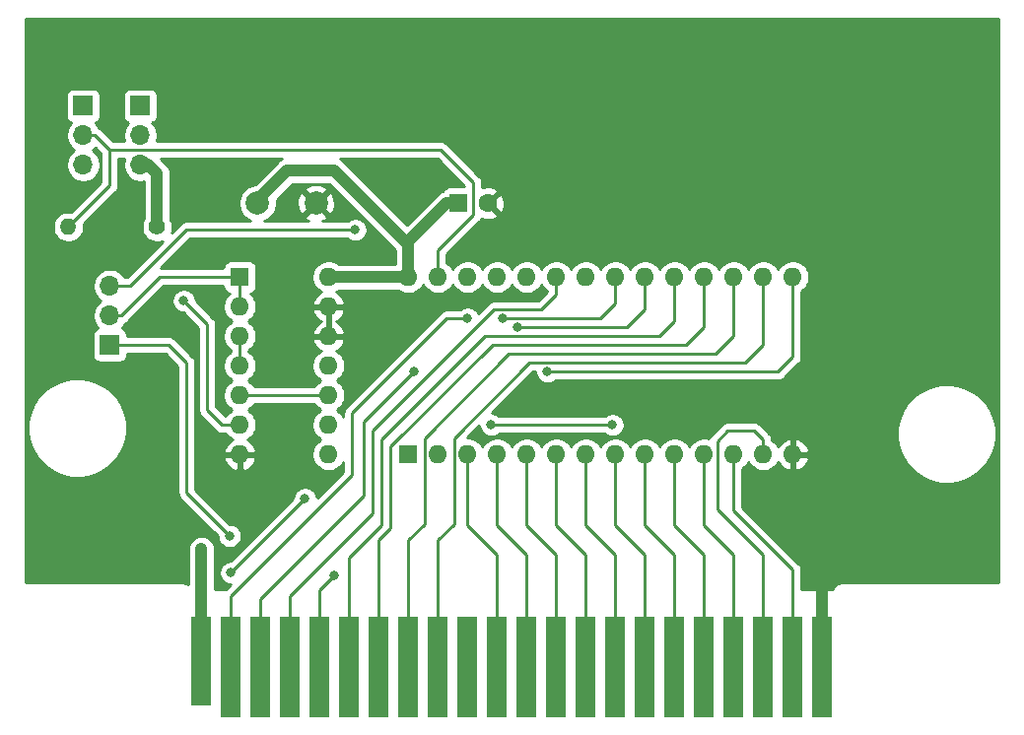
<source format=gbr>
%TF.GenerationSoftware,KiCad,Pcbnew,(5.1.9-0-10_14)*%
%TF.CreationDate,2022-01-29T10:24:00+00:00*%
%TF.ProjectId,SimpleRamFlashCartridge,53696d70-6c65-4526-916d-466c61736843,rev?*%
%TF.SameCoordinates,Original*%
%TF.FileFunction,Copper,L2,Bot*%
%TF.FilePolarity,Positive*%
%FSLAX46Y46*%
G04 Gerber Fmt 4.6, Leading zero omitted, Abs format (unit mm)*
G04 Created by KiCad (PCBNEW (5.1.9-0-10_14)) date 2022-01-29 10:24:00*
%MOMM*%
%LPD*%
G01*
G04 APERTURE LIST*
%TA.AperFunction,ComponentPad*%
%ADD10C,1.600000*%
%TD*%
%TA.AperFunction,ComponentPad*%
%ADD11R,1.600000X1.600000*%
%TD*%
%TA.AperFunction,ComponentPad*%
%ADD12O,1.400000X1.400000*%
%TD*%
%TA.AperFunction,ComponentPad*%
%ADD13C,1.400000*%
%TD*%
%TA.AperFunction,ComponentPad*%
%ADD14O,1.600000X1.600000*%
%TD*%
%TA.AperFunction,ComponentPad*%
%ADD15O,1.700000X1.700000*%
%TD*%
%TA.AperFunction,ComponentPad*%
%ADD16R,1.700000X1.700000*%
%TD*%
%TA.AperFunction,ConnectorPad*%
%ADD17R,1.778000X8.636000*%
%TD*%
%TA.AperFunction,ConnectorPad*%
%ADD18R,1.778000X7.620000*%
%TD*%
%TA.AperFunction,ComponentPad*%
%ADD19C,2.000000*%
%TD*%
%TA.AperFunction,ViaPad*%
%ADD20C,0.800000*%
%TD*%
%TA.AperFunction,Conductor*%
%ADD21C,1.000000*%
%TD*%
%TA.AperFunction,Conductor*%
%ADD22C,0.250000*%
%TD*%
%TA.AperFunction,Conductor*%
%ADD23C,0.254000*%
%TD*%
%TA.AperFunction,Conductor*%
%ADD24C,0.100000*%
%TD*%
G04 APERTURE END LIST*
D10*
%TO.P,C2,2*%
%TO.N,GND*%
X193254000Y-82550000D03*
D11*
%TO.P,C2,1*%
%TO.N,+5V*%
X190754000Y-82550000D03*
%TD*%
D12*
%TO.P,R1,2*%
%TO.N,Net-(J3-Pad2)*%
X157226000Y-84582000D03*
D13*
%TO.P,R1,1*%
%TO.N,+5V*%
X164846000Y-84582000D03*
%TD*%
D14*
%TO.P,U2,28*%
%TO.N,+5V*%
X186436000Y-88900000D03*
%TO.P,U2,14*%
%TO.N,GND*%
X219456000Y-104140000D03*
%TO.P,U2,27*%
%TO.N,Net-(J3-Pad2)*%
X188976000Y-88900000D03*
%TO.P,U2,13*%
%TO.N,/D2*%
X216916000Y-104140000D03*
%TO.P,U2,26*%
%TO.N,/A13*%
X191516000Y-88900000D03*
%TO.P,U2,12*%
%TO.N,/D1*%
X214376000Y-104140000D03*
%TO.P,U2,25*%
%TO.N,/A8*%
X194056000Y-88900000D03*
%TO.P,U2,11*%
%TO.N,/D0*%
X211836000Y-104140000D03*
%TO.P,U2,24*%
%TO.N,/A9*%
X196596000Y-88900000D03*
%TO.P,U2,10*%
%TO.N,/BA0*%
X209296000Y-104140000D03*
%TO.P,U2,23*%
%TO.N,/A11*%
X199136000Y-88900000D03*
%TO.P,U2,9*%
%TO.N,/BA1*%
X206756000Y-104140000D03*
%TO.P,U2,22*%
%TO.N,NRD*%
X201676000Y-88900000D03*
%TO.P,U2,8*%
%TO.N,/BA2*%
X204216000Y-104140000D03*
%TO.P,U2,21*%
%TO.N,/A10*%
X204216000Y-88900000D03*
%TO.P,U2,7*%
%TO.N,/BA3*%
X201676000Y-104140000D03*
%TO.P,U2,20*%
%TO.N,ROM*%
X206756000Y-88900000D03*
%TO.P,U2,6*%
%TO.N,/BA4*%
X199136000Y-104140000D03*
%TO.P,U2,19*%
%TO.N,/D7*%
X209296000Y-88900000D03*
%TO.P,U2,5*%
%TO.N,/BA5*%
X196596000Y-104140000D03*
%TO.P,U2,18*%
%TO.N,/D6*%
X211836000Y-88900000D03*
%TO.P,U2,4*%
%TO.N,/BA6*%
X194056000Y-104140000D03*
%TO.P,U2,17*%
%TO.N,/D5*%
X214376000Y-88900000D03*
%TO.P,U2,3*%
%TO.N,/BA7*%
X191516000Y-104140000D03*
%TO.P,U2,16*%
%TO.N,/D4*%
X216916000Y-88900000D03*
%TO.P,U2,2*%
%TO.N,/A12*%
X188976000Y-104140000D03*
%TO.P,U2,15*%
%TO.N,/D3*%
X219456000Y-88900000D03*
D11*
%TO.P,U2,1*%
%TO.N,Net-(J4-Pad2)*%
X186436000Y-104140000D03*
%TD*%
D15*
%TO.P,J4,3*%
%TO.N,+5V*%
X163400000Y-79248000D03*
%TO.P,J4,2*%
%TO.N,Net-(J4-Pad2)*%
X163400000Y-76708000D03*
D16*
%TO.P,J4,1*%
%TO.N,QA*%
X163400000Y-74168000D03*
%TD*%
D15*
%TO.P,J3,3*%
%TO.N,QA*%
X158496000Y-79248000D03*
%TO.P,J3,2*%
%TO.N,Net-(J3-Pad2)*%
X158496000Y-76708000D03*
D16*
%TO.P,J3,1*%
%TO.N,NWE*%
X158496000Y-74168000D03*
%TD*%
D17*
%TO.P,CON1,b22*%
%TO.N,GND*%
X221996000Y-122424000D03*
%TO.P,CON1,b21*%
%TO.N,/D1*%
X219456000Y-122424000D03*
%TO.P,CON1,b20*%
%TO.N,/D2*%
X216916000Y-122424000D03*
%TO.P,CON1,b19*%
%TO.N,/D0*%
X214376000Y-122424000D03*
%TO.P,CON1,b18*%
%TO.N,/BA0*%
X211836000Y-122424000D03*
%TO.P,CON1,b17*%
%TO.N,/BA1*%
X209296000Y-122424000D03*
%TO.P,CON1,b16*%
%TO.N,/BA2*%
X206756000Y-122424000D03*
%TO.P,CON1,b15*%
%TO.N,/BA3*%
X204216000Y-122424000D03*
%TO.P,CON1,b14*%
%TO.N,/BA4*%
X201676000Y-122424000D03*
%TO.P,CON1,b13*%
%TO.N,/BA5*%
X199136000Y-122424000D03*
%TO.P,CON1,b12*%
%TO.N,/BA6*%
X196596000Y-122424000D03*
%TO.P,CON1,b11*%
%TO.N,/BA7*%
X194056000Y-122424000D03*
%TO.P,CON1,b10*%
%TO.N,Net-(CON1-Padb10)*%
X191516000Y-122424000D03*
%TO.P,CON1,b9*%
%TO.N,/D4*%
X188976000Y-122424000D03*
%TO.P,CON1,b8*%
%TO.N,/D5*%
X186436000Y-122424000D03*
%TO.P,CON1,b7*%
%TO.N,/D6*%
X183896000Y-122424000D03*
%TO.P,CON1,b6*%
%TO.N,/D7*%
X181356000Y-122424000D03*
%TO.P,CON1,b5*%
%TO.N,/A9*%
X178816000Y-122424000D03*
%TO.P,CON1,b4*%
%TO.N,/A11*%
X176276000Y-122424000D03*
%TO.P,CON1,b3*%
%TO.N,/D3*%
X173736000Y-122424000D03*
%TO.P,CON1,b2*%
%TO.N,/A10*%
X171196000Y-122424000D03*
D18*
%TO.P,CON1,b1*%
%TO.N,+5V*%
X168656000Y-121916000D03*
%TD*%
D14*
%TO.P,U1,14*%
%TO.N,+5V*%
X179578000Y-88900000D03*
%TO.P,U1,7*%
%TO.N,GND*%
X171958000Y-104140000D03*
%TO.P,U1,13*%
X179578000Y-91440000D03*
%TO.P,U1,6*%
%TO.N,NWE*%
X171958000Y-101600000D03*
%TO.P,U1,12*%
%TO.N,GND*%
X179578000Y-93980000D03*
%TO.P,U1,5*%
%TO.N,PHI2*%
X171958000Y-99060000D03*
%TO.P,U1,11*%
%TO.N,Net-(U1-Pad11)*%
X179578000Y-96520000D03*
%TO.P,U1,4*%
%TO.N,Net-(U1-Pad3)*%
X171958000Y-96520000D03*
%TO.P,U1,10*%
%TO.N,PHI2*%
X179578000Y-99060000D03*
%TO.P,U1,3*%
%TO.N,Net-(U1-Pad3)*%
X171958000Y-93980000D03*
%TO.P,U1,9*%
%TO.N,RW*%
X179578000Y-101600000D03*
%TO.P,U1,2*%
X171958000Y-91440000D03*
%TO.P,U1,8*%
%TO.N,NRD*%
X179578000Y-104140000D03*
D11*
%TO.P,U1,1*%
%TO.N,RW*%
X171958000Y-88900000D03*
%TD*%
D15*
%TO.P,J2,3*%
%TO.N,/M_RW*%
X160782000Y-89662000D03*
%TO.P,J2,2*%
%TO.N,RW*%
X160782000Y-92202000D03*
D16*
%TO.P,J2,1*%
%TO.N,/E_RW*%
X160782000Y-94742000D03*
%TD*%
D19*
%TO.P,C1,2*%
%TO.N,GND*%
X178482000Y-82550000D03*
%TO.P,C1,1*%
%TO.N,+5V*%
X173482000Y-82550000D03*
%TD*%
D20*
%TO.N,GND*%
X175514000Y-86614000D03*
X185420000Y-80772000D03*
X169418000Y-80518000D03*
%TO.N,+5V*%
X168656000Y-112268000D03*
%TO.N,/M_RW*%
X181864000Y-84836000D03*
%TO.N,/E_RW*%
X171069000Y-111125000D03*
%TO.N,ROM*%
X195834000Y-93218000D03*
X177546000Y-107950000D03*
X171196000Y-114300000D03*
%TO.N,/A9*%
X180086000Y-114554000D03*
%TO.N,/A10*%
X194564000Y-92456000D03*
X191516000Y-92456000D03*
%TO.N,/D3*%
X198374000Y-97028000D03*
X186944000Y-97028000D03*
%TO.N,NWE*%
X167132000Y-90932000D03*
%TO.N,Net-(J4-Pad2)*%
X203962000Y-101600000D03*
X193548000Y-101600000D03*
%TD*%
D21*
%TO.N,GND*%
X221996000Y-122424000D02*
X221996000Y-113284000D01*
%TO.N,+5V*%
X186436000Y-88900000D02*
X186436000Y-85852000D01*
X186436000Y-85852000D02*
X189738000Y-82550000D01*
X176022000Y-79756000D02*
X173228000Y-82550000D01*
X186182000Y-85852000D02*
X180086000Y-79756000D01*
X180086000Y-79756000D02*
X176022000Y-79756000D01*
X186436000Y-85852000D02*
X186182000Y-85852000D01*
X168656000Y-121916000D02*
X168656000Y-112268000D01*
X168656000Y-112268000D02*
X168656000Y-112268000D01*
X179578000Y-88900000D02*
X186182000Y-88900000D01*
X163400000Y-79248000D02*
X164084000Y-79248000D01*
X164084000Y-79248000D02*
X164846000Y-80010000D01*
X164846000Y-80010000D02*
X164846000Y-84582000D01*
X189738000Y-82550000D02*
X190754000Y-82550000D01*
D22*
%TO.N,/M_RW*%
X181864000Y-84836000D02*
X167386000Y-84836000D01*
X167386000Y-84836000D02*
X162560000Y-89662000D01*
X162560000Y-89662000D02*
X160782000Y-89662000D01*
%TO.N,/E_RW*%
X171069000Y-111125000D02*
X167386000Y-107442000D01*
X160782000Y-94742000D02*
X165862000Y-94742000D01*
X167386000Y-96266000D02*
X167386000Y-107442000D01*
X165862000Y-94742000D02*
X167386000Y-96266000D01*
%TO.N,ROM*%
X206756000Y-88900000D02*
X206756000Y-91694000D01*
X195834000Y-93218000D02*
X195834000Y-93218000D01*
X195834000Y-93218000D02*
X205232000Y-93218000D01*
X205232000Y-93218000D02*
X206756000Y-91694000D01*
X177546000Y-107950000D02*
X171196000Y-114300000D01*
%TO.N,/D1*%
X219456000Y-122424000D02*
X219456000Y-116586000D01*
X219456000Y-116586000D02*
X219456000Y-114046000D01*
X219456000Y-114046000D02*
X214376000Y-108966000D01*
X214376000Y-108966000D02*
X214376000Y-104394000D01*
%TO.N,/D2*%
X216916000Y-122424000D02*
X216916000Y-116586000D01*
X216916000Y-116586000D02*
X216916000Y-112776000D01*
X212961001Y-108821001D02*
X212961001Y-103014999D01*
X216916000Y-112776000D02*
X212961001Y-108821001D01*
X212961001Y-103014999D02*
X213868000Y-102108000D01*
X213868000Y-102108000D02*
X215900000Y-102108000D01*
X215900000Y-102108000D02*
X216154000Y-102108000D01*
X216154000Y-102108000D02*
X216916000Y-102870000D01*
X216916000Y-102870000D02*
X216916000Y-104140000D01*
%TO.N,/D0*%
X214376000Y-112776000D02*
X214376000Y-116586000D01*
X214376000Y-116586000D02*
X214376000Y-122678000D01*
X211836000Y-110236000D02*
X214376000Y-112776000D01*
X211836000Y-104140000D02*
X211836000Y-110236000D01*
%TO.N,/BA0*%
X211836000Y-112776000D02*
X211836000Y-116586000D01*
X211836000Y-116586000D02*
X211836000Y-122424000D01*
X209296000Y-110236000D02*
X211836000Y-112776000D01*
X209296000Y-104140000D02*
X209296000Y-110236000D01*
%TO.N,/BA1*%
X209296000Y-116586000D02*
X209296000Y-122424000D01*
X209296000Y-112776000D02*
X209296000Y-116586000D01*
X206756000Y-110236000D02*
X209296000Y-112776000D01*
X206756000Y-104140000D02*
X206756000Y-110236000D01*
%TO.N,/BA2*%
X206756000Y-116586000D02*
X206756000Y-122424000D01*
X206756000Y-112776000D02*
X206756000Y-116586000D01*
X204216000Y-110236000D02*
X206756000Y-112776000D01*
X204216000Y-104140000D02*
X204216000Y-110236000D01*
%TO.N,/BA3*%
X204216000Y-112776000D02*
X204216000Y-116586000D01*
X204216000Y-116586000D02*
X204216000Y-122424000D01*
X201676000Y-110236000D02*
X204216000Y-112776000D01*
X201676000Y-104140000D02*
X201676000Y-110236000D01*
%TO.N,/BA4*%
X201676000Y-116586000D02*
X201676000Y-122424000D01*
X201676000Y-112776000D02*
X201676000Y-116586000D01*
X199136000Y-110236000D02*
X201676000Y-112776000D01*
X199136000Y-104140000D02*
X199136000Y-110236000D01*
%TO.N,/BA5*%
X199136000Y-116586000D02*
X199136000Y-122424000D01*
X199136000Y-112776000D02*
X199136000Y-116586000D01*
X196596000Y-110236000D02*
X199136000Y-112776000D01*
X196596000Y-104140000D02*
X196596000Y-110236000D01*
%TO.N,/BA6*%
X196596000Y-116840000D02*
X196596000Y-122424000D01*
X194056000Y-110236000D02*
X196596000Y-112776000D01*
X196596000Y-112776000D02*
X196596000Y-116840000D01*
X194056000Y-104140000D02*
X194056000Y-110236000D01*
%TO.N,/BA7*%
X194056000Y-122424000D02*
X194056000Y-116586000D01*
X191516000Y-104140000D02*
X191516000Y-110236000D01*
X191516000Y-110236000D02*
X194056000Y-112776000D01*
X194056000Y-112776000D02*
X194056000Y-116586000D01*
%TO.N,/D4*%
X190390999Y-102725001D02*
X196850000Y-96266000D01*
X216916000Y-94742000D02*
X216916000Y-88900000D01*
X190390999Y-110091001D02*
X190390999Y-102725001D01*
X188976000Y-111506000D02*
X190390999Y-110091001D01*
X188976000Y-122678000D02*
X188976000Y-111506000D01*
X215392000Y-96266000D02*
X216916000Y-94742000D01*
X196850000Y-96266000D02*
X215392000Y-96266000D01*
%TO.N,/D5*%
X186436000Y-122424000D02*
X186436000Y-111506000D01*
X187850999Y-102725001D02*
X195072000Y-95504000D01*
X187850999Y-110091001D02*
X187850999Y-102725001D01*
X186436000Y-111506000D02*
X187850999Y-110091001D01*
X195072000Y-95504000D02*
X212852000Y-95504000D01*
X212852000Y-95504000D02*
X214376000Y-93980000D01*
X214376000Y-93980000D02*
X214376000Y-88900000D01*
%TO.N,/D6*%
X184912000Y-103478998D02*
X193648998Y-94742000D01*
X184912000Y-110490000D02*
X184912000Y-103478998D01*
X183896000Y-111506000D02*
X184912000Y-110490000D01*
X183896000Y-122424000D02*
X183896000Y-111506000D01*
X210312000Y-94742000D02*
X211836000Y-93218000D01*
X193648998Y-94742000D02*
X210312000Y-94742000D01*
X211836000Y-93218000D02*
X211836000Y-88900000D01*
%TO.N,/D7*%
X181356000Y-116332000D02*
X181356000Y-116586000D01*
X181356000Y-116586000D02*
X181356000Y-122424000D01*
X181356000Y-113030000D02*
X184150000Y-110236000D01*
X209296000Y-92710000D02*
X209296000Y-88900000D01*
X184150000Y-102870000D02*
X193040000Y-93980000D01*
X184150000Y-110236000D02*
X184150000Y-102870000D01*
X181356000Y-116586000D02*
X181356000Y-113030000D01*
X208026000Y-93980000D02*
X209296000Y-92710000D01*
X193040000Y-93980000D02*
X208026000Y-93980000D01*
%TO.N,/A9*%
X178816000Y-116586000D02*
X178816000Y-122682000D01*
X178816000Y-116586000D02*
X178816000Y-115824000D01*
X178816000Y-115824000D02*
X180086000Y-114554000D01*
X180086000Y-114554000D02*
X180086000Y-114554000D01*
%TO.N,/A10*%
X204216000Y-90932000D02*
X204216000Y-88900000D01*
X202946000Y-92456000D02*
X204216000Y-91186000D01*
X204216000Y-91186000D02*
X204216000Y-90932000D01*
X202946000Y-92456000D02*
X199644000Y-92456000D01*
X199644000Y-92456000D02*
X194564000Y-92456000D01*
X194564000Y-92456000D02*
X194564000Y-92456000D01*
X181610000Y-105918000D02*
X171196000Y-116332000D01*
X181610000Y-100584000D02*
X181610000Y-105918000D01*
X189738000Y-92456000D02*
X181610000Y-100584000D01*
X171196000Y-116332000D02*
X171196000Y-122424000D01*
X191516000Y-92456000D02*
X189738000Y-92456000D01*
%TO.N,/D3*%
X219456000Y-88900000D02*
X219456000Y-95758000D01*
X219456000Y-95758000D02*
X218186000Y-97028000D01*
X218186000Y-97028000D02*
X198374000Y-97028000D01*
X173736000Y-122424000D02*
X173736000Y-117856000D01*
X173736000Y-117856000D02*
X173736000Y-116840000D01*
X173736000Y-116840000D02*
X173736000Y-116586000D01*
X173736000Y-116586000D02*
X182626000Y-107696000D01*
X198374000Y-97028000D02*
X198374000Y-97028000D01*
X182626000Y-107696000D02*
X182626000Y-101346000D01*
X182626000Y-101346000D02*
X186944000Y-97028000D01*
X186944000Y-97028000D02*
X186944000Y-97028000D01*
%TO.N,/A11*%
X176276000Y-116332000D02*
X176276000Y-116840000D01*
X183388000Y-109220000D02*
X176276000Y-116332000D01*
X193802000Y-91694000D02*
X183388000Y-102108000D01*
X176276000Y-116840000D02*
X176276000Y-122682000D01*
X183388000Y-102108000D02*
X183388000Y-109220000D01*
X199136000Y-90424000D02*
X197866000Y-91694000D01*
X197866000Y-91694000D02*
X193802000Y-91694000D01*
X199136000Y-88900000D02*
X199136000Y-90424000D01*
%TO.N,NWE*%
X171958000Y-101600000D02*
X170434000Y-101600000D01*
X170434000Y-101600000D02*
X169926000Y-101092000D01*
X169926000Y-101092000D02*
X169164000Y-100330000D01*
X169164000Y-100330000D02*
X169164000Y-92964000D01*
X169164000Y-92964000D02*
X167132000Y-90932000D01*
X167132000Y-90932000D02*
X167132000Y-90932000D01*
%TO.N,Net-(U1-Pad3)*%
X171958000Y-93980000D02*
X171958000Y-96520000D01*
%TO.N,PHI2*%
X179578000Y-99060000D02*
X172212000Y-99060000D01*
X172212000Y-99060000D02*
X171958000Y-98806000D01*
%TO.N,RW*%
X171958000Y-88900000D02*
X171958000Y-91186000D01*
X171958000Y-91186000D02*
X171958000Y-91440000D01*
X171958000Y-88900000D02*
X165100000Y-88900000D01*
X165100000Y-88900000D02*
X161798000Y-92202000D01*
X161798000Y-92202000D02*
X160782000Y-92202000D01*
%TO.N,Net-(J3-Pad2)*%
X188976000Y-86614000D02*
X188976000Y-88900000D01*
X192024000Y-80772000D02*
X192024000Y-83566000D01*
X160782000Y-77978000D02*
X189230000Y-77978000D01*
X192024000Y-83566000D02*
X188976000Y-86614000D01*
X159512000Y-76708000D02*
X160782000Y-77978000D01*
X189230000Y-77978000D02*
X192024000Y-80772000D01*
X158750000Y-76708000D02*
X159512000Y-76708000D01*
X160782000Y-77978000D02*
X160782000Y-81026000D01*
X160782000Y-81026000D02*
X157226000Y-84582000D01*
%TO.N,Net-(J4-Pad2)*%
X203962000Y-101600000D02*
X193548000Y-101600000D01*
X193548000Y-101600000D02*
X193548000Y-101600000D01*
%TD*%
D23*
%TO.N,GND*%
X237084001Y-115164000D02*
X223552419Y-115164000D01*
X223520000Y-115160807D01*
X223487581Y-115164000D01*
X223390617Y-115173550D01*
X223266207Y-115211290D01*
X223151550Y-115272575D01*
X223051052Y-115355052D01*
X222968575Y-115455550D01*
X222907290Y-115570207D01*
X222869550Y-115694617D01*
X222869315Y-115697000D01*
X220216000Y-115697000D01*
X220216000Y-114083323D01*
X220219676Y-114046000D01*
X220216000Y-114008677D01*
X220216000Y-114008667D01*
X220205003Y-113897014D01*
X220161546Y-113753753D01*
X220099030Y-113636795D01*
X220090974Y-113621723D01*
X220019799Y-113534997D01*
X219996001Y-113505999D01*
X219967003Y-113482201D01*
X215136000Y-108651199D01*
X215136000Y-105358043D01*
X215290759Y-105254637D01*
X215490637Y-105054759D01*
X215646000Y-104822241D01*
X215801363Y-105054759D01*
X216001241Y-105254637D01*
X216236273Y-105411680D01*
X216497426Y-105519853D01*
X216774665Y-105575000D01*
X217057335Y-105575000D01*
X217334574Y-105519853D01*
X217595727Y-105411680D01*
X217830759Y-105254637D01*
X218030637Y-105054759D01*
X218187680Y-104819727D01*
X218192067Y-104809135D01*
X218303615Y-104995131D01*
X218492586Y-105203519D01*
X218718580Y-105371037D01*
X218972913Y-105491246D01*
X219106961Y-105531904D01*
X219329000Y-105409915D01*
X219329000Y-104267000D01*
X219583000Y-104267000D01*
X219583000Y-105409915D01*
X219805039Y-105531904D01*
X219939087Y-105491246D01*
X220193420Y-105371037D01*
X220419414Y-105203519D01*
X220608385Y-104995131D01*
X220753070Y-104753881D01*
X220847909Y-104489040D01*
X220726624Y-104267000D01*
X219583000Y-104267000D01*
X219329000Y-104267000D01*
X219309000Y-104267000D01*
X219309000Y-104013000D01*
X219329000Y-104013000D01*
X219329000Y-102870085D01*
X219583000Y-102870085D01*
X219583000Y-104013000D01*
X220726624Y-104013000D01*
X220847909Y-103790960D01*
X220753070Y-103526119D01*
X220608385Y-103284869D01*
X220419414Y-103076481D01*
X220193420Y-102908963D01*
X219939087Y-102788754D01*
X219805039Y-102748096D01*
X219583000Y-102870085D01*
X219329000Y-102870085D01*
X219106961Y-102748096D01*
X218972913Y-102788754D01*
X218718580Y-102908963D01*
X218492586Y-103076481D01*
X218303615Y-103284869D01*
X218192067Y-103470865D01*
X218187680Y-103460273D01*
X218030637Y-103225241D01*
X217830759Y-103025363D01*
X217676000Y-102921957D01*
X217676000Y-102907325D01*
X217679676Y-102870000D01*
X217676000Y-102832675D01*
X217676000Y-102832667D01*
X217665003Y-102721014D01*
X217621546Y-102577753D01*
X217550974Y-102445724D01*
X217456001Y-102329999D01*
X217427004Y-102306202D01*
X217062307Y-101941505D01*
X228394640Y-101941505D01*
X228394640Y-102782495D01*
X228558709Y-103607326D01*
X228880542Y-104384300D01*
X229347771Y-105083559D01*
X229942441Y-105678229D01*
X230641700Y-106145458D01*
X231418674Y-106467291D01*
X232243505Y-106631360D01*
X233084495Y-106631360D01*
X233909326Y-106467291D01*
X234686300Y-106145458D01*
X235385559Y-105678229D01*
X235980229Y-105083559D01*
X236447458Y-104384300D01*
X236769291Y-103607326D01*
X236933360Y-102782495D01*
X236933360Y-101941505D01*
X236769291Y-101116674D01*
X236447458Y-100339700D01*
X235980229Y-99640441D01*
X235385559Y-99045771D01*
X234686300Y-98578542D01*
X233909326Y-98256709D01*
X233084495Y-98092640D01*
X232243505Y-98092640D01*
X231418674Y-98256709D01*
X230641700Y-98578542D01*
X229942441Y-99045771D01*
X229347771Y-99640441D01*
X228880542Y-100339700D01*
X228558709Y-101116674D01*
X228394640Y-101941505D01*
X217062307Y-101941505D01*
X216717803Y-101597002D01*
X216694001Y-101567999D01*
X216578276Y-101473026D01*
X216446247Y-101402454D01*
X216302986Y-101358997D01*
X216191333Y-101348000D01*
X216191322Y-101348000D01*
X216154000Y-101344324D01*
X216116678Y-101348000D01*
X213905322Y-101348000D01*
X213867999Y-101344324D01*
X213830676Y-101348000D01*
X213830667Y-101348000D01*
X213719014Y-101358997D01*
X213575753Y-101402454D01*
X213443724Y-101473026D01*
X213327999Y-101567999D01*
X213304201Y-101596997D01*
X212449999Y-102451200D01*
X212421001Y-102474998D01*
X212397203Y-102503996D01*
X212397202Y-102503997D01*
X212326027Y-102590723D01*
X212255455Y-102722753D01*
X212244707Y-102758184D01*
X211977335Y-102705000D01*
X211694665Y-102705000D01*
X211417426Y-102760147D01*
X211156273Y-102868320D01*
X210921241Y-103025363D01*
X210721363Y-103225241D01*
X210566000Y-103457759D01*
X210410637Y-103225241D01*
X210210759Y-103025363D01*
X209975727Y-102868320D01*
X209714574Y-102760147D01*
X209437335Y-102705000D01*
X209154665Y-102705000D01*
X208877426Y-102760147D01*
X208616273Y-102868320D01*
X208381241Y-103025363D01*
X208181363Y-103225241D01*
X208026000Y-103457759D01*
X207870637Y-103225241D01*
X207670759Y-103025363D01*
X207435727Y-102868320D01*
X207174574Y-102760147D01*
X206897335Y-102705000D01*
X206614665Y-102705000D01*
X206337426Y-102760147D01*
X206076273Y-102868320D01*
X205841241Y-103025363D01*
X205641363Y-103225241D01*
X205486000Y-103457759D01*
X205330637Y-103225241D01*
X205130759Y-103025363D01*
X204895727Y-102868320D01*
X204634574Y-102760147D01*
X204357335Y-102705000D01*
X204074665Y-102705000D01*
X203797426Y-102760147D01*
X203536273Y-102868320D01*
X203301241Y-103025363D01*
X203101363Y-103225241D01*
X202946000Y-103457759D01*
X202790637Y-103225241D01*
X202590759Y-103025363D01*
X202355727Y-102868320D01*
X202094574Y-102760147D01*
X201817335Y-102705000D01*
X201534665Y-102705000D01*
X201257426Y-102760147D01*
X200996273Y-102868320D01*
X200761241Y-103025363D01*
X200561363Y-103225241D01*
X200406000Y-103457759D01*
X200250637Y-103225241D01*
X200050759Y-103025363D01*
X199815727Y-102868320D01*
X199554574Y-102760147D01*
X199277335Y-102705000D01*
X198994665Y-102705000D01*
X198717426Y-102760147D01*
X198456273Y-102868320D01*
X198221241Y-103025363D01*
X198021363Y-103225241D01*
X197866000Y-103457759D01*
X197710637Y-103225241D01*
X197510759Y-103025363D01*
X197275727Y-102868320D01*
X197014574Y-102760147D01*
X196737335Y-102705000D01*
X196454665Y-102705000D01*
X196177426Y-102760147D01*
X195916273Y-102868320D01*
X195681241Y-103025363D01*
X195481363Y-103225241D01*
X195326000Y-103457759D01*
X195170637Y-103225241D01*
X194970759Y-103025363D01*
X194735727Y-102868320D01*
X194474574Y-102760147D01*
X194197335Y-102705000D01*
X193914665Y-102705000D01*
X193637426Y-102760147D01*
X193376273Y-102868320D01*
X193141241Y-103025363D01*
X192941363Y-103225241D01*
X192786000Y-103457759D01*
X192630637Y-103225241D01*
X192430759Y-103025363D01*
X192195727Y-102868320D01*
X191934574Y-102760147D01*
X191657335Y-102705000D01*
X191485801Y-102705000D01*
X192513000Y-101677801D01*
X192513000Y-101701939D01*
X192552774Y-101901898D01*
X192630795Y-102090256D01*
X192744063Y-102259774D01*
X192888226Y-102403937D01*
X193057744Y-102517205D01*
X193246102Y-102595226D01*
X193446061Y-102635000D01*
X193649939Y-102635000D01*
X193849898Y-102595226D01*
X194038256Y-102517205D01*
X194207774Y-102403937D01*
X194251711Y-102360000D01*
X203258289Y-102360000D01*
X203302226Y-102403937D01*
X203471744Y-102517205D01*
X203660102Y-102595226D01*
X203860061Y-102635000D01*
X204063939Y-102635000D01*
X204263898Y-102595226D01*
X204452256Y-102517205D01*
X204621774Y-102403937D01*
X204765937Y-102259774D01*
X204879205Y-102090256D01*
X204957226Y-101901898D01*
X204997000Y-101701939D01*
X204997000Y-101498061D01*
X204957226Y-101298102D01*
X204879205Y-101109744D01*
X204765937Y-100940226D01*
X204621774Y-100796063D01*
X204452256Y-100682795D01*
X204263898Y-100604774D01*
X204063939Y-100565000D01*
X203860061Y-100565000D01*
X203660102Y-100604774D01*
X203471744Y-100682795D01*
X203302226Y-100796063D01*
X203258289Y-100840000D01*
X194251711Y-100840000D01*
X194207774Y-100796063D01*
X194038256Y-100682795D01*
X193849898Y-100604774D01*
X193649939Y-100565000D01*
X193625801Y-100565000D01*
X197164802Y-97026000D01*
X197339000Y-97026000D01*
X197339000Y-97129939D01*
X197378774Y-97329898D01*
X197456795Y-97518256D01*
X197570063Y-97687774D01*
X197714226Y-97831937D01*
X197883744Y-97945205D01*
X198072102Y-98023226D01*
X198272061Y-98063000D01*
X198475939Y-98063000D01*
X198675898Y-98023226D01*
X198864256Y-97945205D01*
X199033774Y-97831937D01*
X199077711Y-97788000D01*
X218148678Y-97788000D01*
X218186000Y-97791676D01*
X218223322Y-97788000D01*
X218223333Y-97788000D01*
X218334986Y-97777003D01*
X218478247Y-97733546D01*
X218610276Y-97662974D01*
X218726001Y-97568001D01*
X218749804Y-97538997D01*
X219967003Y-96321799D01*
X219996001Y-96298001D01*
X220090974Y-96182276D01*
X220161546Y-96050247D01*
X220205003Y-95906986D01*
X220216000Y-95795333D01*
X220216000Y-95795324D01*
X220219676Y-95758001D01*
X220216000Y-95720678D01*
X220216000Y-90118043D01*
X220370759Y-90014637D01*
X220570637Y-89814759D01*
X220727680Y-89579727D01*
X220835853Y-89318574D01*
X220891000Y-89041335D01*
X220891000Y-88758665D01*
X220835853Y-88481426D01*
X220727680Y-88220273D01*
X220570637Y-87985241D01*
X220370759Y-87785363D01*
X220135727Y-87628320D01*
X219874574Y-87520147D01*
X219597335Y-87465000D01*
X219314665Y-87465000D01*
X219037426Y-87520147D01*
X218776273Y-87628320D01*
X218541241Y-87785363D01*
X218341363Y-87985241D01*
X218186000Y-88217759D01*
X218030637Y-87985241D01*
X217830759Y-87785363D01*
X217595727Y-87628320D01*
X217334574Y-87520147D01*
X217057335Y-87465000D01*
X216774665Y-87465000D01*
X216497426Y-87520147D01*
X216236273Y-87628320D01*
X216001241Y-87785363D01*
X215801363Y-87985241D01*
X215646000Y-88217759D01*
X215490637Y-87985241D01*
X215290759Y-87785363D01*
X215055727Y-87628320D01*
X214794574Y-87520147D01*
X214517335Y-87465000D01*
X214234665Y-87465000D01*
X213957426Y-87520147D01*
X213696273Y-87628320D01*
X213461241Y-87785363D01*
X213261363Y-87985241D01*
X213106000Y-88217759D01*
X212950637Y-87985241D01*
X212750759Y-87785363D01*
X212515727Y-87628320D01*
X212254574Y-87520147D01*
X211977335Y-87465000D01*
X211694665Y-87465000D01*
X211417426Y-87520147D01*
X211156273Y-87628320D01*
X210921241Y-87785363D01*
X210721363Y-87985241D01*
X210566000Y-88217759D01*
X210410637Y-87985241D01*
X210210759Y-87785363D01*
X209975727Y-87628320D01*
X209714574Y-87520147D01*
X209437335Y-87465000D01*
X209154665Y-87465000D01*
X208877426Y-87520147D01*
X208616273Y-87628320D01*
X208381241Y-87785363D01*
X208181363Y-87985241D01*
X208026000Y-88217759D01*
X207870637Y-87985241D01*
X207670759Y-87785363D01*
X207435727Y-87628320D01*
X207174574Y-87520147D01*
X206897335Y-87465000D01*
X206614665Y-87465000D01*
X206337426Y-87520147D01*
X206076273Y-87628320D01*
X205841241Y-87785363D01*
X205641363Y-87985241D01*
X205486000Y-88217759D01*
X205330637Y-87985241D01*
X205130759Y-87785363D01*
X204895727Y-87628320D01*
X204634574Y-87520147D01*
X204357335Y-87465000D01*
X204074665Y-87465000D01*
X203797426Y-87520147D01*
X203536273Y-87628320D01*
X203301241Y-87785363D01*
X203101363Y-87985241D01*
X202946000Y-88217759D01*
X202790637Y-87985241D01*
X202590759Y-87785363D01*
X202355727Y-87628320D01*
X202094574Y-87520147D01*
X201817335Y-87465000D01*
X201534665Y-87465000D01*
X201257426Y-87520147D01*
X200996273Y-87628320D01*
X200761241Y-87785363D01*
X200561363Y-87985241D01*
X200406000Y-88217759D01*
X200250637Y-87985241D01*
X200050759Y-87785363D01*
X199815727Y-87628320D01*
X199554574Y-87520147D01*
X199277335Y-87465000D01*
X198994665Y-87465000D01*
X198717426Y-87520147D01*
X198456273Y-87628320D01*
X198221241Y-87785363D01*
X198021363Y-87985241D01*
X197866000Y-88217759D01*
X197710637Y-87985241D01*
X197510759Y-87785363D01*
X197275727Y-87628320D01*
X197014574Y-87520147D01*
X196737335Y-87465000D01*
X196454665Y-87465000D01*
X196177426Y-87520147D01*
X195916273Y-87628320D01*
X195681241Y-87785363D01*
X195481363Y-87985241D01*
X195326000Y-88217759D01*
X195170637Y-87985241D01*
X194970759Y-87785363D01*
X194735727Y-87628320D01*
X194474574Y-87520147D01*
X194197335Y-87465000D01*
X193914665Y-87465000D01*
X193637426Y-87520147D01*
X193376273Y-87628320D01*
X193141241Y-87785363D01*
X192941363Y-87985241D01*
X192786000Y-88217759D01*
X192630637Y-87985241D01*
X192430759Y-87785363D01*
X192195727Y-87628320D01*
X191934574Y-87520147D01*
X191657335Y-87465000D01*
X191374665Y-87465000D01*
X191097426Y-87520147D01*
X190836273Y-87628320D01*
X190601241Y-87785363D01*
X190401363Y-87985241D01*
X190246000Y-88217759D01*
X190090637Y-87985241D01*
X189890759Y-87785363D01*
X189736000Y-87681957D01*
X189736000Y-86928801D01*
X192535003Y-84129799D01*
X192564001Y-84106001D01*
X192615873Y-84042795D01*
X192658974Y-83990277D01*
X192716265Y-83883093D01*
X192767996Y-83907571D01*
X193042184Y-83976300D01*
X193324512Y-83990217D01*
X193604130Y-83948787D01*
X193870292Y-83853603D01*
X193995514Y-83786671D01*
X194067097Y-83542702D01*
X193254000Y-82729605D01*
X193239858Y-82743748D01*
X193060253Y-82564143D01*
X193074395Y-82550000D01*
X193433605Y-82550000D01*
X194246702Y-83363097D01*
X194490671Y-83291514D01*
X194611571Y-83036004D01*
X194680300Y-82761816D01*
X194694217Y-82479488D01*
X194652787Y-82199870D01*
X194557603Y-81933708D01*
X194490671Y-81808486D01*
X194246702Y-81736903D01*
X193433605Y-82550000D01*
X193074395Y-82550000D01*
X193060253Y-82535858D01*
X193239858Y-82356253D01*
X193254000Y-82370395D01*
X194067097Y-81557298D01*
X193995514Y-81313329D01*
X193740004Y-81192429D01*
X193465816Y-81123700D01*
X193183488Y-81109783D01*
X192903870Y-81151213D01*
X192784000Y-81194081D01*
X192784000Y-80809325D01*
X192787676Y-80772000D01*
X192784000Y-80734675D01*
X192784000Y-80734667D01*
X192773003Y-80623014D01*
X192729546Y-80479753D01*
X192658974Y-80347724D01*
X192564001Y-80231999D01*
X192535004Y-80208202D01*
X189793804Y-77467003D01*
X189770001Y-77437999D01*
X189654276Y-77343026D01*
X189522247Y-77272454D01*
X189378986Y-77228997D01*
X189267333Y-77218000D01*
X189267322Y-77218000D01*
X189230000Y-77214324D01*
X189192678Y-77218000D01*
X164796103Y-77218000D01*
X164827932Y-77141158D01*
X164885000Y-76854260D01*
X164885000Y-76561740D01*
X164827932Y-76274842D01*
X164715990Y-76004589D01*
X164553475Y-75761368D01*
X164421620Y-75629513D01*
X164494180Y-75607502D01*
X164604494Y-75548537D01*
X164701185Y-75469185D01*
X164780537Y-75372494D01*
X164839502Y-75262180D01*
X164875812Y-75142482D01*
X164888072Y-75018000D01*
X164888072Y-73318000D01*
X164875812Y-73193518D01*
X164839502Y-73073820D01*
X164780537Y-72963506D01*
X164701185Y-72866815D01*
X164604494Y-72787463D01*
X164494180Y-72728498D01*
X164374482Y-72692188D01*
X164250000Y-72679928D01*
X162550000Y-72679928D01*
X162425518Y-72692188D01*
X162305820Y-72728498D01*
X162195506Y-72787463D01*
X162098815Y-72866815D01*
X162019463Y-72963506D01*
X161960498Y-73073820D01*
X161924188Y-73193518D01*
X161911928Y-73318000D01*
X161911928Y-75018000D01*
X161924188Y-75142482D01*
X161960498Y-75262180D01*
X162019463Y-75372494D01*
X162098815Y-75469185D01*
X162195506Y-75548537D01*
X162305820Y-75607502D01*
X162378380Y-75629513D01*
X162246525Y-75761368D01*
X162084010Y-76004589D01*
X161972068Y-76274842D01*
X161915000Y-76561740D01*
X161915000Y-76854260D01*
X161972068Y-77141158D01*
X162003897Y-77218000D01*
X161096802Y-77218000D01*
X160075804Y-76197003D01*
X160052001Y-76167999D01*
X159936276Y-76073026D01*
X159813056Y-76007163D01*
X159811990Y-76004589D01*
X159649475Y-75761368D01*
X159517620Y-75629513D01*
X159590180Y-75607502D01*
X159700494Y-75548537D01*
X159797185Y-75469185D01*
X159876537Y-75372494D01*
X159935502Y-75262180D01*
X159971812Y-75142482D01*
X159984072Y-75018000D01*
X159984072Y-73318000D01*
X159971812Y-73193518D01*
X159935502Y-73073820D01*
X159876537Y-72963506D01*
X159797185Y-72866815D01*
X159700494Y-72787463D01*
X159590180Y-72728498D01*
X159470482Y-72692188D01*
X159346000Y-72679928D01*
X157646000Y-72679928D01*
X157521518Y-72692188D01*
X157401820Y-72728498D01*
X157291506Y-72787463D01*
X157194815Y-72866815D01*
X157115463Y-72963506D01*
X157056498Y-73073820D01*
X157020188Y-73193518D01*
X157007928Y-73318000D01*
X157007928Y-75018000D01*
X157020188Y-75142482D01*
X157056498Y-75262180D01*
X157115463Y-75372494D01*
X157194815Y-75469185D01*
X157291506Y-75548537D01*
X157401820Y-75607502D01*
X157474380Y-75629513D01*
X157342525Y-75761368D01*
X157180010Y-76004589D01*
X157068068Y-76274842D01*
X157011000Y-76561740D01*
X157011000Y-76854260D01*
X157068068Y-77141158D01*
X157180010Y-77411411D01*
X157342525Y-77654632D01*
X157549368Y-77861475D01*
X157723760Y-77978000D01*
X157549368Y-78094525D01*
X157342525Y-78301368D01*
X157180010Y-78544589D01*
X157068068Y-78814842D01*
X157011000Y-79101740D01*
X157011000Y-79394260D01*
X157068068Y-79681158D01*
X157180010Y-79951411D01*
X157342525Y-80194632D01*
X157549368Y-80401475D01*
X157792589Y-80563990D01*
X158062842Y-80675932D01*
X158349740Y-80733000D01*
X158642260Y-80733000D01*
X158929158Y-80675932D01*
X159199411Y-80563990D01*
X159442632Y-80401475D01*
X159649475Y-80194632D01*
X159811990Y-79951411D01*
X159923932Y-79681158D01*
X159981000Y-79394260D01*
X159981000Y-79101740D01*
X159923932Y-78814842D01*
X159811990Y-78544589D01*
X159649475Y-78301368D01*
X159442632Y-78094525D01*
X159268240Y-77978000D01*
X159442632Y-77861475D01*
X159516653Y-77787454D01*
X160022000Y-78292802D01*
X160022001Y-80711196D01*
X157464844Y-83268355D01*
X157357486Y-83247000D01*
X157094514Y-83247000D01*
X156836595Y-83298304D01*
X156593641Y-83398939D01*
X156374987Y-83545038D01*
X156189038Y-83730987D01*
X156042939Y-83949641D01*
X155942304Y-84192595D01*
X155891000Y-84450514D01*
X155891000Y-84713486D01*
X155942304Y-84971405D01*
X156042939Y-85214359D01*
X156189038Y-85433013D01*
X156374987Y-85618962D01*
X156593641Y-85765061D01*
X156836595Y-85865696D01*
X157094514Y-85917000D01*
X157357486Y-85917000D01*
X157615405Y-85865696D01*
X157858359Y-85765061D01*
X158077013Y-85618962D01*
X158262962Y-85433013D01*
X158409061Y-85214359D01*
X158509696Y-84971405D01*
X158561000Y-84713486D01*
X158561000Y-84450514D01*
X158539645Y-84343156D01*
X161293008Y-81589795D01*
X161322001Y-81566001D01*
X161345795Y-81537008D01*
X161345799Y-81537004D01*
X161416973Y-81450277D01*
X161427051Y-81431423D01*
X161487546Y-81318247D01*
X161531003Y-81174986D01*
X161542000Y-81063333D01*
X161542000Y-81063324D01*
X161545676Y-81026001D01*
X161542000Y-80988678D01*
X161542000Y-78738000D01*
X162003897Y-78738000D01*
X161972068Y-78814842D01*
X161915000Y-79101740D01*
X161915000Y-79394260D01*
X161972068Y-79681158D01*
X162084010Y-79951411D01*
X162246525Y-80194632D01*
X162453368Y-80401475D01*
X162696589Y-80563990D01*
X162966842Y-80675932D01*
X163253740Y-80733000D01*
X163546260Y-80733000D01*
X163711000Y-80700231D01*
X163711001Y-83877711D01*
X163662939Y-83949641D01*
X163562304Y-84192595D01*
X163511000Y-84450514D01*
X163511000Y-84713486D01*
X163562304Y-84971405D01*
X163662939Y-85214359D01*
X163809038Y-85433013D01*
X163994987Y-85618962D01*
X164213641Y-85765061D01*
X164456595Y-85865696D01*
X164714514Y-85917000D01*
X164977486Y-85917000D01*
X165235405Y-85865696D01*
X165314098Y-85833100D01*
X162245199Y-88902000D01*
X162060178Y-88902000D01*
X161935475Y-88715368D01*
X161728632Y-88508525D01*
X161485411Y-88346010D01*
X161215158Y-88234068D01*
X160928260Y-88177000D01*
X160635740Y-88177000D01*
X160348842Y-88234068D01*
X160078589Y-88346010D01*
X159835368Y-88508525D01*
X159628525Y-88715368D01*
X159466010Y-88958589D01*
X159354068Y-89228842D01*
X159297000Y-89515740D01*
X159297000Y-89808260D01*
X159354068Y-90095158D01*
X159466010Y-90365411D01*
X159628525Y-90608632D01*
X159835368Y-90815475D01*
X160009760Y-90932000D01*
X159835368Y-91048525D01*
X159628525Y-91255368D01*
X159466010Y-91498589D01*
X159354068Y-91768842D01*
X159297000Y-92055740D01*
X159297000Y-92348260D01*
X159354068Y-92635158D01*
X159466010Y-92905411D01*
X159628525Y-93148632D01*
X159760380Y-93280487D01*
X159687820Y-93302498D01*
X159577506Y-93361463D01*
X159480815Y-93440815D01*
X159401463Y-93537506D01*
X159342498Y-93647820D01*
X159306188Y-93767518D01*
X159293928Y-93892000D01*
X159293928Y-95592000D01*
X159306188Y-95716482D01*
X159342498Y-95836180D01*
X159401463Y-95946494D01*
X159480815Y-96043185D01*
X159577506Y-96122537D01*
X159687820Y-96181502D01*
X159807518Y-96217812D01*
X159932000Y-96230072D01*
X161632000Y-96230072D01*
X161756482Y-96217812D01*
X161876180Y-96181502D01*
X161986494Y-96122537D01*
X162083185Y-96043185D01*
X162162537Y-95946494D01*
X162221502Y-95836180D01*
X162257812Y-95716482D01*
X162270072Y-95592000D01*
X162270072Y-95502000D01*
X165547199Y-95502000D01*
X166626000Y-96580803D01*
X166626001Y-107404668D01*
X166622324Y-107442000D01*
X166636998Y-107590985D01*
X166680454Y-107734246D01*
X166751026Y-107866276D01*
X166819738Y-107950001D01*
X166846000Y-107982001D01*
X166874998Y-108005799D01*
X170034000Y-111164802D01*
X170034000Y-111226939D01*
X170073774Y-111426898D01*
X170151795Y-111615256D01*
X170265063Y-111784774D01*
X170409226Y-111928937D01*
X170578744Y-112042205D01*
X170767102Y-112120226D01*
X170967061Y-112160000D01*
X171170939Y-112160000D01*
X171370898Y-112120226D01*
X171559256Y-112042205D01*
X171728774Y-111928937D01*
X171872937Y-111784774D01*
X171986205Y-111615256D01*
X172064226Y-111426898D01*
X172104000Y-111226939D01*
X172104000Y-111023061D01*
X172064226Y-110823102D01*
X171986205Y-110634744D01*
X171872937Y-110465226D01*
X171728774Y-110321063D01*
X171559256Y-110207795D01*
X171370898Y-110129774D01*
X171170939Y-110090000D01*
X171108802Y-110090000D01*
X168146000Y-107127199D01*
X168146000Y-104489039D01*
X170566096Y-104489039D01*
X170606754Y-104623087D01*
X170726963Y-104877420D01*
X170894481Y-105103414D01*
X171102869Y-105292385D01*
X171344119Y-105437070D01*
X171608960Y-105531909D01*
X171831000Y-105410624D01*
X171831000Y-104267000D01*
X172085000Y-104267000D01*
X172085000Y-105410624D01*
X172307040Y-105531909D01*
X172571881Y-105437070D01*
X172813131Y-105292385D01*
X173021519Y-105103414D01*
X173189037Y-104877420D01*
X173309246Y-104623087D01*
X173349904Y-104489039D01*
X173227915Y-104267000D01*
X172085000Y-104267000D01*
X171831000Y-104267000D01*
X170688085Y-104267000D01*
X170566096Y-104489039D01*
X168146000Y-104489039D01*
X168146000Y-96303322D01*
X168149676Y-96265999D01*
X168146000Y-96228676D01*
X168146000Y-96228667D01*
X168135003Y-96117014D01*
X168091546Y-95973753D01*
X168020974Y-95841724D01*
X167983652Y-95796247D01*
X167949799Y-95754996D01*
X167949795Y-95754992D01*
X167926001Y-95725999D01*
X167897009Y-95702206D01*
X166425803Y-94231002D01*
X166402001Y-94201999D01*
X166286276Y-94107026D01*
X166154247Y-94036454D01*
X166010986Y-93992997D01*
X165899333Y-93982000D01*
X165899322Y-93982000D01*
X165862000Y-93978324D01*
X165824678Y-93982000D01*
X162270072Y-93982000D01*
X162270072Y-93892000D01*
X162257812Y-93767518D01*
X162221502Y-93647820D01*
X162162537Y-93537506D01*
X162083185Y-93440815D01*
X161986494Y-93361463D01*
X161876180Y-93302498D01*
X161803620Y-93280487D01*
X161935475Y-93148632D01*
X162097990Y-92905411D01*
X162099056Y-92902837D01*
X162222276Y-92836974D01*
X162338001Y-92742001D01*
X162361804Y-92712997D01*
X165414802Y-89660000D01*
X170519928Y-89660000D01*
X170519928Y-89700000D01*
X170532188Y-89824482D01*
X170568498Y-89944180D01*
X170627463Y-90054494D01*
X170706815Y-90151185D01*
X170803506Y-90230537D01*
X170913820Y-90289502D01*
X171033518Y-90325812D01*
X171041961Y-90326643D01*
X170843363Y-90525241D01*
X170686320Y-90760273D01*
X170578147Y-91021426D01*
X170523000Y-91298665D01*
X170523000Y-91581335D01*
X170578147Y-91858574D01*
X170686320Y-92119727D01*
X170843363Y-92354759D01*
X171043241Y-92554637D01*
X171275759Y-92710000D01*
X171043241Y-92865363D01*
X170843363Y-93065241D01*
X170686320Y-93300273D01*
X170578147Y-93561426D01*
X170523000Y-93838665D01*
X170523000Y-94121335D01*
X170578147Y-94398574D01*
X170686320Y-94659727D01*
X170843363Y-94894759D01*
X171043241Y-95094637D01*
X171198000Y-95198044D01*
X171198001Y-95301956D01*
X171043241Y-95405363D01*
X170843363Y-95605241D01*
X170686320Y-95840273D01*
X170578147Y-96101426D01*
X170523000Y-96378665D01*
X170523000Y-96661335D01*
X170578147Y-96938574D01*
X170686320Y-97199727D01*
X170843363Y-97434759D01*
X171043241Y-97634637D01*
X171275759Y-97790000D01*
X171043241Y-97945363D01*
X170843363Y-98145241D01*
X170686320Y-98380273D01*
X170578147Y-98641426D01*
X170523000Y-98918665D01*
X170523000Y-99201335D01*
X170578147Y-99478574D01*
X170686320Y-99739727D01*
X170843363Y-99974759D01*
X171043241Y-100174637D01*
X171275759Y-100330000D01*
X171043241Y-100485363D01*
X170843363Y-100685241D01*
X170743499Y-100834698D01*
X170489803Y-100581002D01*
X170489799Y-100580997D01*
X169924000Y-100015199D01*
X169924000Y-93001323D01*
X169927676Y-92964000D01*
X169924000Y-92926677D01*
X169924000Y-92926667D01*
X169913003Y-92815014D01*
X169869546Y-92671753D01*
X169833858Y-92604986D01*
X169798974Y-92539723D01*
X169727799Y-92452997D01*
X169704001Y-92423999D01*
X169675003Y-92400201D01*
X168167000Y-90892199D01*
X168167000Y-90830061D01*
X168127226Y-90630102D01*
X168049205Y-90441744D01*
X167935937Y-90272226D01*
X167791774Y-90128063D01*
X167622256Y-90014795D01*
X167433898Y-89936774D01*
X167233939Y-89897000D01*
X167030061Y-89897000D01*
X166830102Y-89936774D01*
X166641744Y-90014795D01*
X166472226Y-90128063D01*
X166328063Y-90272226D01*
X166214795Y-90441744D01*
X166136774Y-90630102D01*
X166097000Y-90830061D01*
X166097000Y-91033939D01*
X166136774Y-91233898D01*
X166214795Y-91422256D01*
X166328063Y-91591774D01*
X166472226Y-91735937D01*
X166641744Y-91849205D01*
X166830102Y-91927226D01*
X167030061Y-91967000D01*
X167092199Y-91967000D01*
X168404001Y-93278803D01*
X168404000Y-100292678D01*
X168400324Y-100330000D01*
X168404000Y-100367322D01*
X168404000Y-100367332D01*
X168414997Y-100478985D01*
X168450795Y-100596997D01*
X168458454Y-100622246D01*
X168529026Y-100754276D01*
X168563320Y-100796063D01*
X168623999Y-100870001D01*
X168653002Y-100893803D01*
X169414997Y-101655799D01*
X169415002Y-101655803D01*
X169870200Y-102111002D01*
X169893999Y-102140001D01*
X170009724Y-102234974D01*
X170141753Y-102305546D01*
X170285014Y-102349003D01*
X170396667Y-102360000D01*
X170396676Y-102360000D01*
X170433999Y-102363676D01*
X170471322Y-102360000D01*
X170739957Y-102360000D01*
X170843363Y-102514759D01*
X171043241Y-102714637D01*
X171278273Y-102871680D01*
X171288865Y-102876067D01*
X171102869Y-102987615D01*
X170894481Y-103176586D01*
X170726963Y-103402580D01*
X170606754Y-103656913D01*
X170566096Y-103790961D01*
X170688085Y-104013000D01*
X171831000Y-104013000D01*
X171831000Y-103993000D01*
X172085000Y-103993000D01*
X172085000Y-104013000D01*
X173227915Y-104013000D01*
X173349904Y-103790961D01*
X173309246Y-103656913D01*
X173189037Y-103402580D01*
X173021519Y-103176586D01*
X172813131Y-102987615D01*
X172627135Y-102876067D01*
X172637727Y-102871680D01*
X172872759Y-102714637D01*
X173072637Y-102514759D01*
X173229680Y-102279727D01*
X173337853Y-102018574D01*
X173393000Y-101741335D01*
X173393000Y-101458665D01*
X173337853Y-101181426D01*
X173229680Y-100920273D01*
X173072637Y-100685241D01*
X172872759Y-100485363D01*
X172640241Y-100330000D01*
X172872759Y-100174637D01*
X173072637Y-99974759D01*
X173176043Y-99820000D01*
X178359957Y-99820000D01*
X178463363Y-99974759D01*
X178663241Y-100174637D01*
X178895759Y-100330000D01*
X178663241Y-100485363D01*
X178463363Y-100685241D01*
X178306320Y-100920273D01*
X178198147Y-101181426D01*
X178143000Y-101458665D01*
X178143000Y-101741335D01*
X178198147Y-102018574D01*
X178306320Y-102279727D01*
X178463363Y-102514759D01*
X178663241Y-102714637D01*
X178895759Y-102870000D01*
X178663241Y-103025363D01*
X178463363Y-103225241D01*
X178306320Y-103460273D01*
X178198147Y-103721426D01*
X178143000Y-103998665D01*
X178143000Y-104281335D01*
X178198147Y-104558574D01*
X178306320Y-104819727D01*
X178463363Y-105054759D01*
X178663241Y-105254637D01*
X178898273Y-105411680D01*
X179159426Y-105519853D01*
X179436665Y-105575000D01*
X179719335Y-105575000D01*
X179996574Y-105519853D01*
X180257727Y-105411680D01*
X180492759Y-105254637D01*
X180692637Y-105054759D01*
X180849680Y-104819727D01*
X180850001Y-104818953D01*
X180850001Y-105603197D01*
X178581000Y-107872198D01*
X178581000Y-107848061D01*
X178541226Y-107648102D01*
X178463205Y-107459744D01*
X178349937Y-107290226D01*
X178205774Y-107146063D01*
X178036256Y-107032795D01*
X177847898Y-106954774D01*
X177647939Y-106915000D01*
X177444061Y-106915000D01*
X177244102Y-106954774D01*
X177055744Y-107032795D01*
X176886226Y-107146063D01*
X176742063Y-107290226D01*
X176628795Y-107459744D01*
X176550774Y-107648102D01*
X176511000Y-107848061D01*
X176511000Y-107910198D01*
X171156199Y-113265000D01*
X171094061Y-113265000D01*
X170894102Y-113304774D01*
X170705744Y-113382795D01*
X170536226Y-113496063D01*
X170392063Y-113640226D01*
X170278795Y-113809744D01*
X170200774Y-113998102D01*
X170161000Y-114198061D01*
X170161000Y-114401939D01*
X170200774Y-114601898D01*
X170278795Y-114790256D01*
X170392063Y-114959774D01*
X170536226Y-115103937D01*
X170705744Y-115217205D01*
X170894102Y-115295226D01*
X171094061Y-115335000D01*
X171118199Y-115335000D01*
X170756199Y-115697000D01*
X169791000Y-115697000D01*
X169791000Y-112323752D01*
X169796491Y-112268000D01*
X169774577Y-112045501D01*
X169709676Y-111831553D01*
X169604284Y-111634377D01*
X169462449Y-111461551D01*
X169289623Y-111319716D01*
X169092447Y-111214324D01*
X168878499Y-111149423D01*
X168711752Y-111133000D01*
X168656000Y-111127509D01*
X168600249Y-111133000D01*
X168600248Y-111133000D01*
X168433501Y-111149423D01*
X168219553Y-111214324D01*
X168022377Y-111319716D01*
X167849551Y-111461551D01*
X167707716Y-111634377D01*
X167602324Y-111831553D01*
X167537423Y-112045501D01*
X167515509Y-112268000D01*
X167521001Y-112323762D01*
X167521001Y-115289441D01*
X167500450Y-115272575D01*
X167385793Y-115211290D01*
X167261383Y-115173550D01*
X167164419Y-115164000D01*
X167132000Y-115160807D01*
X167099581Y-115164000D01*
X153568000Y-115164000D01*
X153568000Y-101433505D01*
X153718640Y-101433505D01*
X153718640Y-102274495D01*
X153882709Y-103099326D01*
X154204542Y-103876300D01*
X154671771Y-104575559D01*
X155266441Y-105170229D01*
X155965700Y-105637458D01*
X156742674Y-105959291D01*
X157567505Y-106123360D01*
X158408495Y-106123360D01*
X159233326Y-105959291D01*
X160010300Y-105637458D01*
X160709559Y-105170229D01*
X161304229Y-104575559D01*
X161771458Y-103876300D01*
X162093291Y-103099326D01*
X162257360Y-102274495D01*
X162257360Y-101433505D01*
X162093291Y-100608674D01*
X161771458Y-99831700D01*
X161304229Y-99132441D01*
X160709559Y-98537771D01*
X160010300Y-98070542D01*
X159233326Y-97748709D01*
X158408495Y-97584640D01*
X157567505Y-97584640D01*
X156742674Y-97748709D01*
X155965700Y-98070542D01*
X155266441Y-98537771D01*
X154671771Y-99132441D01*
X154204542Y-99831700D01*
X153882709Y-100608674D01*
X153718640Y-101433505D01*
X153568000Y-101433505D01*
X153568000Y-66700000D01*
X237084000Y-66700000D01*
X237084001Y-115164000D01*
%TA.AperFunction,Conductor*%
D24*
G36*
X237084001Y-115164000D02*
G01*
X223552419Y-115164000D01*
X223520000Y-115160807D01*
X223487581Y-115164000D01*
X223390617Y-115173550D01*
X223266207Y-115211290D01*
X223151550Y-115272575D01*
X223051052Y-115355052D01*
X222968575Y-115455550D01*
X222907290Y-115570207D01*
X222869550Y-115694617D01*
X222869315Y-115697000D01*
X220216000Y-115697000D01*
X220216000Y-114083323D01*
X220219676Y-114046000D01*
X220216000Y-114008677D01*
X220216000Y-114008667D01*
X220205003Y-113897014D01*
X220161546Y-113753753D01*
X220099030Y-113636795D01*
X220090974Y-113621723D01*
X220019799Y-113534997D01*
X219996001Y-113505999D01*
X219967003Y-113482201D01*
X215136000Y-108651199D01*
X215136000Y-105358043D01*
X215290759Y-105254637D01*
X215490637Y-105054759D01*
X215646000Y-104822241D01*
X215801363Y-105054759D01*
X216001241Y-105254637D01*
X216236273Y-105411680D01*
X216497426Y-105519853D01*
X216774665Y-105575000D01*
X217057335Y-105575000D01*
X217334574Y-105519853D01*
X217595727Y-105411680D01*
X217830759Y-105254637D01*
X218030637Y-105054759D01*
X218187680Y-104819727D01*
X218192067Y-104809135D01*
X218303615Y-104995131D01*
X218492586Y-105203519D01*
X218718580Y-105371037D01*
X218972913Y-105491246D01*
X219106961Y-105531904D01*
X219329000Y-105409915D01*
X219329000Y-104267000D01*
X219583000Y-104267000D01*
X219583000Y-105409915D01*
X219805039Y-105531904D01*
X219939087Y-105491246D01*
X220193420Y-105371037D01*
X220419414Y-105203519D01*
X220608385Y-104995131D01*
X220753070Y-104753881D01*
X220847909Y-104489040D01*
X220726624Y-104267000D01*
X219583000Y-104267000D01*
X219329000Y-104267000D01*
X219309000Y-104267000D01*
X219309000Y-104013000D01*
X219329000Y-104013000D01*
X219329000Y-102870085D01*
X219583000Y-102870085D01*
X219583000Y-104013000D01*
X220726624Y-104013000D01*
X220847909Y-103790960D01*
X220753070Y-103526119D01*
X220608385Y-103284869D01*
X220419414Y-103076481D01*
X220193420Y-102908963D01*
X219939087Y-102788754D01*
X219805039Y-102748096D01*
X219583000Y-102870085D01*
X219329000Y-102870085D01*
X219106961Y-102748096D01*
X218972913Y-102788754D01*
X218718580Y-102908963D01*
X218492586Y-103076481D01*
X218303615Y-103284869D01*
X218192067Y-103470865D01*
X218187680Y-103460273D01*
X218030637Y-103225241D01*
X217830759Y-103025363D01*
X217676000Y-102921957D01*
X217676000Y-102907325D01*
X217679676Y-102870000D01*
X217676000Y-102832675D01*
X217676000Y-102832667D01*
X217665003Y-102721014D01*
X217621546Y-102577753D01*
X217550974Y-102445724D01*
X217456001Y-102329999D01*
X217427004Y-102306202D01*
X217062307Y-101941505D01*
X228394640Y-101941505D01*
X228394640Y-102782495D01*
X228558709Y-103607326D01*
X228880542Y-104384300D01*
X229347771Y-105083559D01*
X229942441Y-105678229D01*
X230641700Y-106145458D01*
X231418674Y-106467291D01*
X232243505Y-106631360D01*
X233084495Y-106631360D01*
X233909326Y-106467291D01*
X234686300Y-106145458D01*
X235385559Y-105678229D01*
X235980229Y-105083559D01*
X236447458Y-104384300D01*
X236769291Y-103607326D01*
X236933360Y-102782495D01*
X236933360Y-101941505D01*
X236769291Y-101116674D01*
X236447458Y-100339700D01*
X235980229Y-99640441D01*
X235385559Y-99045771D01*
X234686300Y-98578542D01*
X233909326Y-98256709D01*
X233084495Y-98092640D01*
X232243505Y-98092640D01*
X231418674Y-98256709D01*
X230641700Y-98578542D01*
X229942441Y-99045771D01*
X229347771Y-99640441D01*
X228880542Y-100339700D01*
X228558709Y-101116674D01*
X228394640Y-101941505D01*
X217062307Y-101941505D01*
X216717803Y-101597002D01*
X216694001Y-101567999D01*
X216578276Y-101473026D01*
X216446247Y-101402454D01*
X216302986Y-101358997D01*
X216191333Y-101348000D01*
X216191322Y-101348000D01*
X216154000Y-101344324D01*
X216116678Y-101348000D01*
X213905322Y-101348000D01*
X213867999Y-101344324D01*
X213830676Y-101348000D01*
X213830667Y-101348000D01*
X213719014Y-101358997D01*
X213575753Y-101402454D01*
X213443724Y-101473026D01*
X213327999Y-101567999D01*
X213304201Y-101596997D01*
X212449999Y-102451200D01*
X212421001Y-102474998D01*
X212397203Y-102503996D01*
X212397202Y-102503997D01*
X212326027Y-102590723D01*
X212255455Y-102722753D01*
X212244707Y-102758184D01*
X211977335Y-102705000D01*
X211694665Y-102705000D01*
X211417426Y-102760147D01*
X211156273Y-102868320D01*
X210921241Y-103025363D01*
X210721363Y-103225241D01*
X210566000Y-103457759D01*
X210410637Y-103225241D01*
X210210759Y-103025363D01*
X209975727Y-102868320D01*
X209714574Y-102760147D01*
X209437335Y-102705000D01*
X209154665Y-102705000D01*
X208877426Y-102760147D01*
X208616273Y-102868320D01*
X208381241Y-103025363D01*
X208181363Y-103225241D01*
X208026000Y-103457759D01*
X207870637Y-103225241D01*
X207670759Y-103025363D01*
X207435727Y-102868320D01*
X207174574Y-102760147D01*
X206897335Y-102705000D01*
X206614665Y-102705000D01*
X206337426Y-102760147D01*
X206076273Y-102868320D01*
X205841241Y-103025363D01*
X205641363Y-103225241D01*
X205486000Y-103457759D01*
X205330637Y-103225241D01*
X205130759Y-103025363D01*
X204895727Y-102868320D01*
X204634574Y-102760147D01*
X204357335Y-102705000D01*
X204074665Y-102705000D01*
X203797426Y-102760147D01*
X203536273Y-102868320D01*
X203301241Y-103025363D01*
X203101363Y-103225241D01*
X202946000Y-103457759D01*
X202790637Y-103225241D01*
X202590759Y-103025363D01*
X202355727Y-102868320D01*
X202094574Y-102760147D01*
X201817335Y-102705000D01*
X201534665Y-102705000D01*
X201257426Y-102760147D01*
X200996273Y-102868320D01*
X200761241Y-103025363D01*
X200561363Y-103225241D01*
X200406000Y-103457759D01*
X200250637Y-103225241D01*
X200050759Y-103025363D01*
X199815727Y-102868320D01*
X199554574Y-102760147D01*
X199277335Y-102705000D01*
X198994665Y-102705000D01*
X198717426Y-102760147D01*
X198456273Y-102868320D01*
X198221241Y-103025363D01*
X198021363Y-103225241D01*
X197866000Y-103457759D01*
X197710637Y-103225241D01*
X197510759Y-103025363D01*
X197275727Y-102868320D01*
X197014574Y-102760147D01*
X196737335Y-102705000D01*
X196454665Y-102705000D01*
X196177426Y-102760147D01*
X195916273Y-102868320D01*
X195681241Y-103025363D01*
X195481363Y-103225241D01*
X195326000Y-103457759D01*
X195170637Y-103225241D01*
X194970759Y-103025363D01*
X194735727Y-102868320D01*
X194474574Y-102760147D01*
X194197335Y-102705000D01*
X193914665Y-102705000D01*
X193637426Y-102760147D01*
X193376273Y-102868320D01*
X193141241Y-103025363D01*
X192941363Y-103225241D01*
X192786000Y-103457759D01*
X192630637Y-103225241D01*
X192430759Y-103025363D01*
X192195727Y-102868320D01*
X191934574Y-102760147D01*
X191657335Y-102705000D01*
X191485801Y-102705000D01*
X192513000Y-101677801D01*
X192513000Y-101701939D01*
X192552774Y-101901898D01*
X192630795Y-102090256D01*
X192744063Y-102259774D01*
X192888226Y-102403937D01*
X193057744Y-102517205D01*
X193246102Y-102595226D01*
X193446061Y-102635000D01*
X193649939Y-102635000D01*
X193849898Y-102595226D01*
X194038256Y-102517205D01*
X194207774Y-102403937D01*
X194251711Y-102360000D01*
X203258289Y-102360000D01*
X203302226Y-102403937D01*
X203471744Y-102517205D01*
X203660102Y-102595226D01*
X203860061Y-102635000D01*
X204063939Y-102635000D01*
X204263898Y-102595226D01*
X204452256Y-102517205D01*
X204621774Y-102403937D01*
X204765937Y-102259774D01*
X204879205Y-102090256D01*
X204957226Y-101901898D01*
X204997000Y-101701939D01*
X204997000Y-101498061D01*
X204957226Y-101298102D01*
X204879205Y-101109744D01*
X204765937Y-100940226D01*
X204621774Y-100796063D01*
X204452256Y-100682795D01*
X204263898Y-100604774D01*
X204063939Y-100565000D01*
X203860061Y-100565000D01*
X203660102Y-100604774D01*
X203471744Y-100682795D01*
X203302226Y-100796063D01*
X203258289Y-100840000D01*
X194251711Y-100840000D01*
X194207774Y-100796063D01*
X194038256Y-100682795D01*
X193849898Y-100604774D01*
X193649939Y-100565000D01*
X193625801Y-100565000D01*
X197164802Y-97026000D01*
X197339000Y-97026000D01*
X197339000Y-97129939D01*
X197378774Y-97329898D01*
X197456795Y-97518256D01*
X197570063Y-97687774D01*
X197714226Y-97831937D01*
X197883744Y-97945205D01*
X198072102Y-98023226D01*
X198272061Y-98063000D01*
X198475939Y-98063000D01*
X198675898Y-98023226D01*
X198864256Y-97945205D01*
X199033774Y-97831937D01*
X199077711Y-97788000D01*
X218148678Y-97788000D01*
X218186000Y-97791676D01*
X218223322Y-97788000D01*
X218223333Y-97788000D01*
X218334986Y-97777003D01*
X218478247Y-97733546D01*
X218610276Y-97662974D01*
X218726001Y-97568001D01*
X218749804Y-97538997D01*
X219967003Y-96321799D01*
X219996001Y-96298001D01*
X220090974Y-96182276D01*
X220161546Y-96050247D01*
X220205003Y-95906986D01*
X220216000Y-95795333D01*
X220216000Y-95795324D01*
X220219676Y-95758001D01*
X220216000Y-95720678D01*
X220216000Y-90118043D01*
X220370759Y-90014637D01*
X220570637Y-89814759D01*
X220727680Y-89579727D01*
X220835853Y-89318574D01*
X220891000Y-89041335D01*
X220891000Y-88758665D01*
X220835853Y-88481426D01*
X220727680Y-88220273D01*
X220570637Y-87985241D01*
X220370759Y-87785363D01*
X220135727Y-87628320D01*
X219874574Y-87520147D01*
X219597335Y-87465000D01*
X219314665Y-87465000D01*
X219037426Y-87520147D01*
X218776273Y-87628320D01*
X218541241Y-87785363D01*
X218341363Y-87985241D01*
X218186000Y-88217759D01*
X218030637Y-87985241D01*
X217830759Y-87785363D01*
X217595727Y-87628320D01*
X217334574Y-87520147D01*
X217057335Y-87465000D01*
X216774665Y-87465000D01*
X216497426Y-87520147D01*
X216236273Y-87628320D01*
X216001241Y-87785363D01*
X215801363Y-87985241D01*
X215646000Y-88217759D01*
X215490637Y-87985241D01*
X215290759Y-87785363D01*
X215055727Y-87628320D01*
X214794574Y-87520147D01*
X214517335Y-87465000D01*
X214234665Y-87465000D01*
X213957426Y-87520147D01*
X213696273Y-87628320D01*
X213461241Y-87785363D01*
X213261363Y-87985241D01*
X213106000Y-88217759D01*
X212950637Y-87985241D01*
X212750759Y-87785363D01*
X212515727Y-87628320D01*
X212254574Y-87520147D01*
X211977335Y-87465000D01*
X211694665Y-87465000D01*
X211417426Y-87520147D01*
X211156273Y-87628320D01*
X210921241Y-87785363D01*
X210721363Y-87985241D01*
X210566000Y-88217759D01*
X210410637Y-87985241D01*
X210210759Y-87785363D01*
X209975727Y-87628320D01*
X209714574Y-87520147D01*
X209437335Y-87465000D01*
X209154665Y-87465000D01*
X208877426Y-87520147D01*
X208616273Y-87628320D01*
X208381241Y-87785363D01*
X208181363Y-87985241D01*
X208026000Y-88217759D01*
X207870637Y-87985241D01*
X207670759Y-87785363D01*
X207435727Y-87628320D01*
X207174574Y-87520147D01*
X206897335Y-87465000D01*
X206614665Y-87465000D01*
X206337426Y-87520147D01*
X206076273Y-87628320D01*
X205841241Y-87785363D01*
X205641363Y-87985241D01*
X205486000Y-88217759D01*
X205330637Y-87985241D01*
X205130759Y-87785363D01*
X204895727Y-87628320D01*
X204634574Y-87520147D01*
X204357335Y-87465000D01*
X204074665Y-87465000D01*
X203797426Y-87520147D01*
X203536273Y-87628320D01*
X203301241Y-87785363D01*
X203101363Y-87985241D01*
X202946000Y-88217759D01*
X202790637Y-87985241D01*
X202590759Y-87785363D01*
X202355727Y-87628320D01*
X202094574Y-87520147D01*
X201817335Y-87465000D01*
X201534665Y-87465000D01*
X201257426Y-87520147D01*
X200996273Y-87628320D01*
X200761241Y-87785363D01*
X200561363Y-87985241D01*
X200406000Y-88217759D01*
X200250637Y-87985241D01*
X200050759Y-87785363D01*
X199815727Y-87628320D01*
X199554574Y-87520147D01*
X199277335Y-87465000D01*
X198994665Y-87465000D01*
X198717426Y-87520147D01*
X198456273Y-87628320D01*
X198221241Y-87785363D01*
X198021363Y-87985241D01*
X197866000Y-88217759D01*
X197710637Y-87985241D01*
X197510759Y-87785363D01*
X197275727Y-87628320D01*
X197014574Y-87520147D01*
X196737335Y-87465000D01*
X196454665Y-87465000D01*
X196177426Y-87520147D01*
X195916273Y-87628320D01*
X195681241Y-87785363D01*
X195481363Y-87985241D01*
X195326000Y-88217759D01*
X195170637Y-87985241D01*
X194970759Y-87785363D01*
X194735727Y-87628320D01*
X194474574Y-87520147D01*
X194197335Y-87465000D01*
X193914665Y-87465000D01*
X193637426Y-87520147D01*
X193376273Y-87628320D01*
X193141241Y-87785363D01*
X192941363Y-87985241D01*
X192786000Y-88217759D01*
X192630637Y-87985241D01*
X192430759Y-87785363D01*
X192195727Y-87628320D01*
X191934574Y-87520147D01*
X191657335Y-87465000D01*
X191374665Y-87465000D01*
X191097426Y-87520147D01*
X190836273Y-87628320D01*
X190601241Y-87785363D01*
X190401363Y-87985241D01*
X190246000Y-88217759D01*
X190090637Y-87985241D01*
X189890759Y-87785363D01*
X189736000Y-87681957D01*
X189736000Y-86928801D01*
X192535003Y-84129799D01*
X192564001Y-84106001D01*
X192615873Y-84042795D01*
X192658974Y-83990277D01*
X192716265Y-83883093D01*
X192767996Y-83907571D01*
X193042184Y-83976300D01*
X193324512Y-83990217D01*
X193604130Y-83948787D01*
X193870292Y-83853603D01*
X193995514Y-83786671D01*
X194067097Y-83542702D01*
X193254000Y-82729605D01*
X193239858Y-82743748D01*
X193060253Y-82564143D01*
X193074395Y-82550000D01*
X193433605Y-82550000D01*
X194246702Y-83363097D01*
X194490671Y-83291514D01*
X194611571Y-83036004D01*
X194680300Y-82761816D01*
X194694217Y-82479488D01*
X194652787Y-82199870D01*
X194557603Y-81933708D01*
X194490671Y-81808486D01*
X194246702Y-81736903D01*
X193433605Y-82550000D01*
X193074395Y-82550000D01*
X193060253Y-82535858D01*
X193239858Y-82356253D01*
X193254000Y-82370395D01*
X194067097Y-81557298D01*
X193995514Y-81313329D01*
X193740004Y-81192429D01*
X193465816Y-81123700D01*
X193183488Y-81109783D01*
X192903870Y-81151213D01*
X192784000Y-81194081D01*
X192784000Y-80809325D01*
X192787676Y-80772000D01*
X192784000Y-80734675D01*
X192784000Y-80734667D01*
X192773003Y-80623014D01*
X192729546Y-80479753D01*
X192658974Y-80347724D01*
X192564001Y-80231999D01*
X192535004Y-80208202D01*
X189793804Y-77467003D01*
X189770001Y-77437999D01*
X189654276Y-77343026D01*
X189522247Y-77272454D01*
X189378986Y-77228997D01*
X189267333Y-77218000D01*
X189267322Y-77218000D01*
X189230000Y-77214324D01*
X189192678Y-77218000D01*
X164796103Y-77218000D01*
X164827932Y-77141158D01*
X164885000Y-76854260D01*
X164885000Y-76561740D01*
X164827932Y-76274842D01*
X164715990Y-76004589D01*
X164553475Y-75761368D01*
X164421620Y-75629513D01*
X164494180Y-75607502D01*
X164604494Y-75548537D01*
X164701185Y-75469185D01*
X164780537Y-75372494D01*
X164839502Y-75262180D01*
X164875812Y-75142482D01*
X164888072Y-75018000D01*
X164888072Y-73318000D01*
X164875812Y-73193518D01*
X164839502Y-73073820D01*
X164780537Y-72963506D01*
X164701185Y-72866815D01*
X164604494Y-72787463D01*
X164494180Y-72728498D01*
X164374482Y-72692188D01*
X164250000Y-72679928D01*
X162550000Y-72679928D01*
X162425518Y-72692188D01*
X162305820Y-72728498D01*
X162195506Y-72787463D01*
X162098815Y-72866815D01*
X162019463Y-72963506D01*
X161960498Y-73073820D01*
X161924188Y-73193518D01*
X161911928Y-73318000D01*
X161911928Y-75018000D01*
X161924188Y-75142482D01*
X161960498Y-75262180D01*
X162019463Y-75372494D01*
X162098815Y-75469185D01*
X162195506Y-75548537D01*
X162305820Y-75607502D01*
X162378380Y-75629513D01*
X162246525Y-75761368D01*
X162084010Y-76004589D01*
X161972068Y-76274842D01*
X161915000Y-76561740D01*
X161915000Y-76854260D01*
X161972068Y-77141158D01*
X162003897Y-77218000D01*
X161096802Y-77218000D01*
X160075804Y-76197003D01*
X160052001Y-76167999D01*
X159936276Y-76073026D01*
X159813056Y-76007163D01*
X159811990Y-76004589D01*
X159649475Y-75761368D01*
X159517620Y-75629513D01*
X159590180Y-75607502D01*
X159700494Y-75548537D01*
X159797185Y-75469185D01*
X159876537Y-75372494D01*
X159935502Y-75262180D01*
X159971812Y-75142482D01*
X159984072Y-75018000D01*
X159984072Y-73318000D01*
X159971812Y-73193518D01*
X159935502Y-73073820D01*
X159876537Y-72963506D01*
X159797185Y-72866815D01*
X159700494Y-72787463D01*
X159590180Y-72728498D01*
X159470482Y-72692188D01*
X159346000Y-72679928D01*
X157646000Y-72679928D01*
X157521518Y-72692188D01*
X157401820Y-72728498D01*
X157291506Y-72787463D01*
X157194815Y-72866815D01*
X157115463Y-72963506D01*
X157056498Y-73073820D01*
X157020188Y-73193518D01*
X157007928Y-73318000D01*
X157007928Y-75018000D01*
X157020188Y-75142482D01*
X157056498Y-75262180D01*
X157115463Y-75372494D01*
X157194815Y-75469185D01*
X157291506Y-75548537D01*
X157401820Y-75607502D01*
X157474380Y-75629513D01*
X157342525Y-75761368D01*
X157180010Y-76004589D01*
X157068068Y-76274842D01*
X157011000Y-76561740D01*
X157011000Y-76854260D01*
X157068068Y-77141158D01*
X157180010Y-77411411D01*
X157342525Y-77654632D01*
X157549368Y-77861475D01*
X157723760Y-77978000D01*
X157549368Y-78094525D01*
X157342525Y-78301368D01*
X157180010Y-78544589D01*
X157068068Y-78814842D01*
X157011000Y-79101740D01*
X157011000Y-79394260D01*
X157068068Y-79681158D01*
X157180010Y-79951411D01*
X157342525Y-80194632D01*
X157549368Y-80401475D01*
X157792589Y-80563990D01*
X158062842Y-80675932D01*
X158349740Y-80733000D01*
X158642260Y-80733000D01*
X158929158Y-80675932D01*
X159199411Y-80563990D01*
X159442632Y-80401475D01*
X159649475Y-80194632D01*
X159811990Y-79951411D01*
X159923932Y-79681158D01*
X159981000Y-79394260D01*
X159981000Y-79101740D01*
X159923932Y-78814842D01*
X159811990Y-78544589D01*
X159649475Y-78301368D01*
X159442632Y-78094525D01*
X159268240Y-77978000D01*
X159442632Y-77861475D01*
X159516653Y-77787454D01*
X160022000Y-78292802D01*
X160022001Y-80711196D01*
X157464844Y-83268355D01*
X157357486Y-83247000D01*
X157094514Y-83247000D01*
X156836595Y-83298304D01*
X156593641Y-83398939D01*
X156374987Y-83545038D01*
X156189038Y-83730987D01*
X156042939Y-83949641D01*
X155942304Y-84192595D01*
X155891000Y-84450514D01*
X155891000Y-84713486D01*
X155942304Y-84971405D01*
X156042939Y-85214359D01*
X156189038Y-85433013D01*
X156374987Y-85618962D01*
X156593641Y-85765061D01*
X156836595Y-85865696D01*
X157094514Y-85917000D01*
X157357486Y-85917000D01*
X157615405Y-85865696D01*
X157858359Y-85765061D01*
X158077013Y-85618962D01*
X158262962Y-85433013D01*
X158409061Y-85214359D01*
X158509696Y-84971405D01*
X158561000Y-84713486D01*
X158561000Y-84450514D01*
X158539645Y-84343156D01*
X161293008Y-81589795D01*
X161322001Y-81566001D01*
X161345795Y-81537008D01*
X161345799Y-81537004D01*
X161416973Y-81450277D01*
X161427051Y-81431423D01*
X161487546Y-81318247D01*
X161531003Y-81174986D01*
X161542000Y-81063333D01*
X161542000Y-81063324D01*
X161545676Y-81026001D01*
X161542000Y-80988678D01*
X161542000Y-78738000D01*
X162003897Y-78738000D01*
X161972068Y-78814842D01*
X161915000Y-79101740D01*
X161915000Y-79394260D01*
X161972068Y-79681158D01*
X162084010Y-79951411D01*
X162246525Y-80194632D01*
X162453368Y-80401475D01*
X162696589Y-80563990D01*
X162966842Y-80675932D01*
X163253740Y-80733000D01*
X163546260Y-80733000D01*
X163711000Y-80700231D01*
X163711001Y-83877711D01*
X163662939Y-83949641D01*
X163562304Y-84192595D01*
X163511000Y-84450514D01*
X163511000Y-84713486D01*
X163562304Y-84971405D01*
X163662939Y-85214359D01*
X163809038Y-85433013D01*
X163994987Y-85618962D01*
X164213641Y-85765061D01*
X164456595Y-85865696D01*
X164714514Y-85917000D01*
X164977486Y-85917000D01*
X165235405Y-85865696D01*
X165314098Y-85833100D01*
X162245199Y-88902000D01*
X162060178Y-88902000D01*
X161935475Y-88715368D01*
X161728632Y-88508525D01*
X161485411Y-88346010D01*
X161215158Y-88234068D01*
X160928260Y-88177000D01*
X160635740Y-88177000D01*
X160348842Y-88234068D01*
X160078589Y-88346010D01*
X159835368Y-88508525D01*
X159628525Y-88715368D01*
X159466010Y-88958589D01*
X159354068Y-89228842D01*
X159297000Y-89515740D01*
X159297000Y-89808260D01*
X159354068Y-90095158D01*
X159466010Y-90365411D01*
X159628525Y-90608632D01*
X159835368Y-90815475D01*
X160009760Y-90932000D01*
X159835368Y-91048525D01*
X159628525Y-91255368D01*
X159466010Y-91498589D01*
X159354068Y-91768842D01*
X159297000Y-92055740D01*
X159297000Y-92348260D01*
X159354068Y-92635158D01*
X159466010Y-92905411D01*
X159628525Y-93148632D01*
X159760380Y-93280487D01*
X159687820Y-93302498D01*
X159577506Y-93361463D01*
X159480815Y-93440815D01*
X159401463Y-93537506D01*
X159342498Y-93647820D01*
X159306188Y-93767518D01*
X159293928Y-93892000D01*
X159293928Y-95592000D01*
X159306188Y-95716482D01*
X159342498Y-95836180D01*
X159401463Y-95946494D01*
X159480815Y-96043185D01*
X159577506Y-96122537D01*
X159687820Y-96181502D01*
X159807518Y-96217812D01*
X159932000Y-96230072D01*
X161632000Y-96230072D01*
X161756482Y-96217812D01*
X161876180Y-96181502D01*
X161986494Y-96122537D01*
X162083185Y-96043185D01*
X162162537Y-95946494D01*
X162221502Y-95836180D01*
X162257812Y-95716482D01*
X162270072Y-95592000D01*
X162270072Y-95502000D01*
X165547199Y-95502000D01*
X166626000Y-96580803D01*
X166626001Y-107404668D01*
X166622324Y-107442000D01*
X166636998Y-107590985D01*
X166680454Y-107734246D01*
X166751026Y-107866276D01*
X166819738Y-107950001D01*
X166846000Y-107982001D01*
X166874998Y-108005799D01*
X170034000Y-111164802D01*
X170034000Y-111226939D01*
X170073774Y-111426898D01*
X170151795Y-111615256D01*
X170265063Y-111784774D01*
X170409226Y-111928937D01*
X170578744Y-112042205D01*
X170767102Y-112120226D01*
X170967061Y-112160000D01*
X171170939Y-112160000D01*
X171370898Y-112120226D01*
X171559256Y-112042205D01*
X171728774Y-111928937D01*
X171872937Y-111784774D01*
X171986205Y-111615256D01*
X172064226Y-111426898D01*
X172104000Y-111226939D01*
X172104000Y-111023061D01*
X172064226Y-110823102D01*
X171986205Y-110634744D01*
X171872937Y-110465226D01*
X171728774Y-110321063D01*
X171559256Y-110207795D01*
X171370898Y-110129774D01*
X171170939Y-110090000D01*
X171108802Y-110090000D01*
X168146000Y-107127199D01*
X168146000Y-104489039D01*
X170566096Y-104489039D01*
X170606754Y-104623087D01*
X170726963Y-104877420D01*
X170894481Y-105103414D01*
X171102869Y-105292385D01*
X171344119Y-105437070D01*
X171608960Y-105531909D01*
X171831000Y-105410624D01*
X171831000Y-104267000D01*
X172085000Y-104267000D01*
X172085000Y-105410624D01*
X172307040Y-105531909D01*
X172571881Y-105437070D01*
X172813131Y-105292385D01*
X173021519Y-105103414D01*
X173189037Y-104877420D01*
X173309246Y-104623087D01*
X173349904Y-104489039D01*
X173227915Y-104267000D01*
X172085000Y-104267000D01*
X171831000Y-104267000D01*
X170688085Y-104267000D01*
X170566096Y-104489039D01*
X168146000Y-104489039D01*
X168146000Y-96303322D01*
X168149676Y-96265999D01*
X168146000Y-96228676D01*
X168146000Y-96228667D01*
X168135003Y-96117014D01*
X168091546Y-95973753D01*
X168020974Y-95841724D01*
X167983652Y-95796247D01*
X167949799Y-95754996D01*
X167949795Y-95754992D01*
X167926001Y-95725999D01*
X167897009Y-95702206D01*
X166425803Y-94231002D01*
X166402001Y-94201999D01*
X166286276Y-94107026D01*
X166154247Y-94036454D01*
X166010986Y-93992997D01*
X165899333Y-93982000D01*
X165899322Y-93982000D01*
X165862000Y-93978324D01*
X165824678Y-93982000D01*
X162270072Y-93982000D01*
X162270072Y-93892000D01*
X162257812Y-93767518D01*
X162221502Y-93647820D01*
X162162537Y-93537506D01*
X162083185Y-93440815D01*
X161986494Y-93361463D01*
X161876180Y-93302498D01*
X161803620Y-93280487D01*
X161935475Y-93148632D01*
X162097990Y-92905411D01*
X162099056Y-92902837D01*
X162222276Y-92836974D01*
X162338001Y-92742001D01*
X162361804Y-92712997D01*
X165414802Y-89660000D01*
X170519928Y-89660000D01*
X170519928Y-89700000D01*
X170532188Y-89824482D01*
X170568498Y-89944180D01*
X170627463Y-90054494D01*
X170706815Y-90151185D01*
X170803506Y-90230537D01*
X170913820Y-90289502D01*
X171033518Y-90325812D01*
X171041961Y-90326643D01*
X170843363Y-90525241D01*
X170686320Y-90760273D01*
X170578147Y-91021426D01*
X170523000Y-91298665D01*
X170523000Y-91581335D01*
X170578147Y-91858574D01*
X170686320Y-92119727D01*
X170843363Y-92354759D01*
X171043241Y-92554637D01*
X171275759Y-92710000D01*
X171043241Y-92865363D01*
X170843363Y-93065241D01*
X170686320Y-93300273D01*
X170578147Y-93561426D01*
X170523000Y-93838665D01*
X170523000Y-94121335D01*
X170578147Y-94398574D01*
X170686320Y-94659727D01*
X170843363Y-94894759D01*
X171043241Y-95094637D01*
X171198000Y-95198044D01*
X171198001Y-95301956D01*
X171043241Y-95405363D01*
X170843363Y-95605241D01*
X170686320Y-95840273D01*
X170578147Y-96101426D01*
X170523000Y-96378665D01*
X170523000Y-96661335D01*
X170578147Y-96938574D01*
X170686320Y-97199727D01*
X170843363Y-97434759D01*
X171043241Y-97634637D01*
X171275759Y-97790000D01*
X171043241Y-97945363D01*
X170843363Y-98145241D01*
X170686320Y-98380273D01*
X170578147Y-98641426D01*
X170523000Y-98918665D01*
X170523000Y-99201335D01*
X170578147Y-99478574D01*
X170686320Y-99739727D01*
X170843363Y-99974759D01*
X171043241Y-100174637D01*
X171275759Y-100330000D01*
X171043241Y-100485363D01*
X170843363Y-100685241D01*
X170743499Y-100834698D01*
X170489803Y-100581002D01*
X170489799Y-100580997D01*
X169924000Y-100015199D01*
X169924000Y-93001323D01*
X169927676Y-92964000D01*
X169924000Y-92926677D01*
X169924000Y-92926667D01*
X169913003Y-92815014D01*
X169869546Y-92671753D01*
X169833858Y-92604986D01*
X169798974Y-92539723D01*
X169727799Y-92452997D01*
X169704001Y-92423999D01*
X169675003Y-92400201D01*
X168167000Y-90892199D01*
X168167000Y-90830061D01*
X168127226Y-90630102D01*
X168049205Y-90441744D01*
X167935937Y-90272226D01*
X167791774Y-90128063D01*
X167622256Y-90014795D01*
X167433898Y-89936774D01*
X167233939Y-89897000D01*
X167030061Y-89897000D01*
X166830102Y-89936774D01*
X166641744Y-90014795D01*
X166472226Y-90128063D01*
X166328063Y-90272226D01*
X166214795Y-90441744D01*
X166136774Y-90630102D01*
X166097000Y-90830061D01*
X166097000Y-91033939D01*
X166136774Y-91233898D01*
X166214795Y-91422256D01*
X166328063Y-91591774D01*
X166472226Y-91735937D01*
X166641744Y-91849205D01*
X166830102Y-91927226D01*
X167030061Y-91967000D01*
X167092199Y-91967000D01*
X168404001Y-93278803D01*
X168404000Y-100292678D01*
X168400324Y-100330000D01*
X168404000Y-100367322D01*
X168404000Y-100367332D01*
X168414997Y-100478985D01*
X168450795Y-100596997D01*
X168458454Y-100622246D01*
X168529026Y-100754276D01*
X168563320Y-100796063D01*
X168623999Y-100870001D01*
X168653002Y-100893803D01*
X169414997Y-101655799D01*
X169415002Y-101655803D01*
X169870200Y-102111002D01*
X169893999Y-102140001D01*
X170009724Y-102234974D01*
X170141753Y-102305546D01*
X170285014Y-102349003D01*
X170396667Y-102360000D01*
X170396676Y-102360000D01*
X170433999Y-102363676D01*
X170471322Y-102360000D01*
X170739957Y-102360000D01*
X170843363Y-102514759D01*
X171043241Y-102714637D01*
X171278273Y-102871680D01*
X171288865Y-102876067D01*
X171102869Y-102987615D01*
X170894481Y-103176586D01*
X170726963Y-103402580D01*
X170606754Y-103656913D01*
X170566096Y-103790961D01*
X170688085Y-104013000D01*
X171831000Y-104013000D01*
X171831000Y-103993000D01*
X172085000Y-103993000D01*
X172085000Y-104013000D01*
X173227915Y-104013000D01*
X173349904Y-103790961D01*
X173309246Y-103656913D01*
X173189037Y-103402580D01*
X173021519Y-103176586D01*
X172813131Y-102987615D01*
X172627135Y-102876067D01*
X172637727Y-102871680D01*
X172872759Y-102714637D01*
X173072637Y-102514759D01*
X173229680Y-102279727D01*
X173337853Y-102018574D01*
X173393000Y-101741335D01*
X173393000Y-101458665D01*
X173337853Y-101181426D01*
X173229680Y-100920273D01*
X173072637Y-100685241D01*
X172872759Y-100485363D01*
X172640241Y-100330000D01*
X172872759Y-100174637D01*
X173072637Y-99974759D01*
X173176043Y-99820000D01*
X178359957Y-99820000D01*
X178463363Y-99974759D01*
X178663241Y-100174637D01*
X178895759Y-100330000D01*
X178663241Y-100485363D01*
X178463363Y-100685241D01*
X178306320Y-100920273D01*
X178198147Y-101181426D01*
X178143000Y-101458665D01*
X178143000Y-101741335D01*
X178198147Y-102018574D01*
X178306320Y-102279727D01*
X178463363Y-102514759D01*
X178663241Y-102714637D01*
X178895759Y-102870000D01*
X178663241Y-103025363D01*
X178463363Y-103225241D01*
X178306320Y-103460273D01*
X178198147Y-103721426D01*
X178143000Y-103998665D01*
X178143000Y-104281335D01*
X178198147Y-104558574D01*
X178306320Y-104819727D01*
X178463363Y-105054759D01*
X178663241Y-105254637D01*
X178898273Y-105411680D01*
X179159426Y-105519853D01*
X179436665Y-105575000D01*
X179719335Y-105575000D01*
X179996574Y-105519853D01*
X180257727Y-105411680D01*
X180492759Y-105254637D01*
X180692637Y-105054759D01*
X180849680Y-104819727D01*
X180850001Y-104818953D01*
X180850001Y-105603197D01*
X178581000Y-107872198D01*
X178581000Y-107848061D01*
X178541226Y-107648102D01*
X178463205Y-107459744D01*
X178349937Y-107290226D01*
X178205774Y-107146063D01*
X178036256Y-107032795D01*
X177847898Y-106954774D01*
X177647939Y-106915000D01*
X177444061Y-106915000D01*
X177244102Y-106954774D01*
X177055744Y-107032795D01*
X176886226Y-107146063D01*
X176742063Y-107290226D01*
X176628795Y-107459744D01*
X176550774Y-107648102D01*
X176511000Y-107848061D01*
X176511000Y-107910198D01*
X171156199Y-113265000D01*
X171094061Y-113265000D01*
X170894102Y-113304774D01*
X170705744Y-113382795D01*
X170536226Y-113496063D01*
X170392063Y-113640226D01*
X170278795Y-113809744D01*
X170200774Y-113998102D01*
X170161000Y-114198061D01*
X170161000Y-114401939D01*
X170200774Y-114601898D01*
X170278795Y-114790256D01*
X170392063Y-114959774D01*
X170536226Y-115103937D01*
X170705744Y-115217205D01*
X170894102Y-115295226D01*
X171094061Y-115335000D01*
X171118199Y-115335000D01*
X170756199Y-115697000D01*
X169791000Y-115697000D01*
X169791000Y-112323752D01*
X169796491Y-112268000D01*
X169774577Y-112045501D01*
X169709676Y-111831553D01*
X169604284Y-111634377D01*
X169462449Y-111461551D01*
X169289623Y-111319716D01*
X169092447Y-111214324D01*
X168878499Y-111149423D01*
X168711752Y-111133000D01*
X168656000Y-111127509D01*
X168600249Y-111133000D01*
X168600248Y-111133000D01*
X168433501Y-111149423D01*
X168219553Y-111214324D01*
X168022377Y-111319716D01*
X167849551Y-111461551D01*
X167707716Y-111634377D01*
X167602324Y-111831553D01*
X167537423Y-112045501D01*
X167515509Y-112268000D01*
X167521001Y-112323762D01*
X167521001Y-115289441D01*
X167500450Y-115272575D01*
X167385793Y-115211290D01*
X167261383Y-115173550D01*
X167164419Y-115164000D01*
X167132000Y-115160807D01*
X167099581Y-115164000D01*
X153568000Y-115164000D01*
X153568000Y-101433505D01*
X153718640Y-101433505D01*
X153718640Y-102274495D01*
X153882709Y-103099326D01*
X154204542Y-103876300D01*
X154671771Y-104575559D01*
X155266441Y-105170229D01*
X155965700Y-105637458D01*
X156742674Y-105959291D01*
X157567505Y-106123360D01*
X158408495Y-106123360D01*
X159233326Y-105959291D01*
X160010300Y-105637458D01*
X160709559Y-105170229D01*
X161304229Y-104575559D01*
X161771458Y-103876300D01*
X162093291Y-103099326D01*
X162257360Y-102274495D01*
X162257360Y-101433505D01*
X162093291Y-100608674D01*
X161771458Y-99831700D01*
X161304229Y-99132441D01*
X160709559Y-98537771D01*
X160010300Y-98070542D01*
X159233326Y-97748709D01*
X158408495Y-97584640D01*
X157567505Y-97584640D01*
X156742674Y-97748709D01*
X155965700Y-98070542D01*
X155266441Y-98537771D01*
X154671771Y-99132441D01*
X154204542Y-99831700D01*
X153882709Y-100608674D01*
X153718640Y-101433505D01*
X153568000Y-101433505D01*
X153568000Y-66700000D01*
X237084000Y-66700000D01*
X237084001Y-115164000D01*
G37*
%TD.AperFunction*%
D23*
X185301001Y-86576133D02*
X185301000Y-87765000D01*
X180462284Y-87765000D01*
X180257727Y-87628320D01*
X179996574Y-87520147D01*
X179719335Y-87465000D01*
X179436665Y-87465000D01*
X179159426Y-87520147D01*
X178898273Y-87628320D01*
X178663241Y-87785363D01*
X178463363Y-87985241D01*
X178306320Y-88220273D01*
X178198147Y-88481426D01*
X178143000Y-88758665D01*
X178143000Y-89041335D01*
X178198147Y-89318574D01*
X178306320Y-89579727D01*
X178463363Y-89814759D01*
X178663241Y-90014637D01*
X178898273Y-90171680D01*
X178908865Y-90176067D01*
X178722869Y-90287615D01*
X178514481Y-90476586D01*
X178346963Y-90702580D01*
X178226754Y-90956913D01*
X178186096Y-91090961D01*
X178308085Y-91313000D01*
X179451000Y-91313000D01*
X179451000Y-91293000D01*
X179705000Y-91293000D01*
X179705000Y-91313000D01*
X180847915Y-91313000D01*
X180969904Y-91090961D01*
X180929246Y-90956913D01*
X180809037Y-90702580D01*
X180641519Y-90476586D01*
X180433131Y-90287615D01*
X180247135Y-90176067D01*
X180257727Y-90171680D01*
X180462284Y-90035000D01*
X185551716Y-90035000D01*
X185756273Y-90171680D01*
X186017426Y-90279853D01*
X186294665Y-90335000D01*
X186577335Y-90335000D01*
X186854574Y-90279853D01*
X187115727Y-90171680D01*
X187350759Y-90014637D01*
X187550637Y-89814759D01*
X187706000Y-89582241D01*
X187861363Y-89814759D01*
X188061241Y-90014637D01*
X188296273Y-90171680D01*
X188557426Y-90279853D01*
X188834665Y-90335000D01*
X189117335Y-90335000D01*
X189394574Y-90279853D01*
X189655727Y-90171680D01*
X189890759Y-90014637D01*
X190090637Y-89814759D01*
X190246000Y-89582241D01*
X190401363Y-89814759D01*
X190601241Y-90014637D01*
X190836273Y-90171680D01*
X191097426Y-90279853D01*
X191374665Y-90335000D01*
X191657335Y-90335000D01*
X191934574Y-90279853D01*
X192195727Y-90171680D01*
X192430759Y-90014637D01*
X192630637Y-89814759D01*
X192786000Y-89582241D01*
X192941363Y-89814759D01*
X193141241Y-90014637D01*
X193376273Y-90171680D01*
X193637426Y-90279853D01*
X193914665Y-90335000D01*
X194197335Y-90335000D01*
X194474574Y-90279853D01*
X194735727Y-90171680D01*
X194970759Y-90014637D01*
X195170637Y-89814759D01*
X195326000Y-89582241D01*
X195481363Y-89814759D01*
X195681241Y-90014637D01*
X195916273Y-90171680D01*
X196177426Y-90279853D01*
X196454665Y-90335000D01*
X196737335Y-90335000D01*
X197014574Y-90279853D01*
X197275727Y-90171680D01*
X197510759Y-90014637D01*
X197710637Y-89814759D01*
X197866000Y-89582241D01*
X198021363Y-89814759D01*
X198221241Y-90014637D01*
X198370698Y-90114501D01*
X197551199Y-90934000D01*
X193839322Y-90934000D01*
X193801999Y-90930324D01*
X193764676Y-90934000D01*
X193764667Y-90934000D01*
X193653014Y-90944997D01*
X193544249Y-90977990D01*
X193509753Y-90988454D01*
X193377723Y-91059026D01*
X193338811Y-91090961D01*
X193261999Y-91153999D01*
X193238201Y-91182997D01*
X192439722Y-91981476D01*
X192433205Y-91965744D01*
X192319937Y-91796226D01*
X192175774Y-91652063D01*
X192006256Y-91538795D01*
X191817898Y-91460774D01*
X191617939Y-91421000D01*
X191414061Y-91421000D01*
X191214102Y-91460774D01*
X191025744Y-91538795D01*
X190856226Y-91652063D01*
X190812289Y-91696000D01*
X189775323Y-91696000D01*
X189738000Y-91692324D01*
X189700677Y-91696000D01*
X189700667Y-91696000D01*
X189589014Y-91706997D01*
X189445753Y-91750454D01*
X189313724Y-91821026D01*
X189197999Y-91915999D01*
X189174201Y-91944997D01*
X181099003Y-100020196D01*
X181069999Y-100043999D01*
X181039137Y-100081605D01*
X180975026Y-100159724D01*
X180972206Y-100165000D01*
X180904454Y-100291754D01*
X180860997Y-100435015D01*
X180850000Y-100546668D01*
X180850000Y-100546678D01*
X180846324Y-100584000D01*
X180850000Y-100621323D01*
X180850000Y-100921046D01*
X180849680Y-100920273D01*
X180692637Y-100685241D01*
X180492759Y-100485363D01*
X180260241Y-100330000D01*
X180492759Y-100174637D01*
X180692637Y-99974759D01*
X180849680Y-99739727D01*
X180957853Y-99478574D01*
X181013000Y-99201335D01*
X181013000Y-98918665D01*
X180957853Y-98641426D01*
X180849680Y-98380273D01*
X180692637Y-98145241D01*
X180492759Y-97945363D01*
X180260241Y-97790000D01*
X180492759Y-97634637D01*
X180692637Y-97434759D01*
X180849680Y-97199727D01*
X180957853Y-96938574D01*
X181013000Y-96661335D01*
X181013000Y-96378665D01*
X180957853Y-96101426D01*
X180849680Y-95840273D01*
X180692637Y-95605241D01*
X180492759Y-95405363D01*
X180257727Y-95248320D01*
X180247135Y-95243933D01*
X180433131Y-95132385D01*
X180641519Y-94943414D01*
X180809037Y-94717420D01*
X180929246Y-94463087D01*
X180969904Y-94329039D01*
X180847915Y-94107000D01*
X179705000Y-94107000D01*
X179705000Y-94127000D01*
X179451000Y-94127000D01*
X179451000Y-94107000D01*
X178308085Y-94107000D01*
X178186096Y-94329039D01*
X178226754Y-94463087D01*
X178346963Y-94717420D01*
X178514481Y-94943414D01*
X178722869Y-95132385D01*
X178908865Y-95243933D01*
X178898273Y-95248320D01*
X178663241Y-95405363D01*
X178463363Y-95605241D01*
X178306320Y-95840273D01*
X178198147Y-96101426D01*
X178143000Y-96378665D01*
X178143000Y-96661335D01*
X178198147Y-96938574D01*
X178306320Y-97199727D01*
X178463363Y-97434759D01*
X178663241Y-97634637D01*
X178895759Y-97790000D01*
X178663241Y-97945363D01*
X178463363Y-98145241D01*
X178359957Y-98300000D01*
X173176043Y-98300000D01*
X173072637Y-98145241D01*
X172872759Y-97945363D01*
X172640241Y-97790000D01*
X172872759Y-97634637D01*
X173072637Y-97434759D01*
X173229680Y-97199727D01*
X173337853Y-96938574D01*
X173393000Y-96661335D01*
X173393000Y-96378665D01*
X173337853Y-96101426D01*
X173229680Y-95840273D01*
X173072637Y-95605241D01*
X172872759Y-95405363D01*
X172718000Y-95301957D01*
X172718000Y-95198043D01*
X172872759Y-95094637D01*
X173072637Y-94894759D01*
X173229680Y-94659727D01*
X173337853Y-94398574D01*
X173393000Y-94121335D01*
X173393000Y-93838665D01*
X173337853Y-93561426D01*
X173229680Y-93300273D01*
X173072637Y-93065241D01*
X172872759Y-92865363D01*
X172640241Y-92710000D01*
X172872759Y-92554637D01*
X173072637Y-92354759D01*
X173229680Y-92119727D01*
X173337853Y-91858574D01*
X173351684Y-91789039D01*
X178186096Y-91789039D01*
X178226754Y-91923087D01*
X178346963Y-92177420D01*
X178514481Y-92403414D01*
X178722869Y-92592385D01*
X178918982Y-92710000D01*
X178722869Y-92827615D01*
X178514481Y-93016586D01*
X178346963Y-93242580D01*
X178226754Y-93496913D01*
X178186096Y-93630961D01*
X178308085Y-93853000D01*
X179451000Y-93853000D01*
X179451000Y-91567000D01*
X179705000Y-91567000D01*
X179705000Y-93853000D01*
X180847915Y-93853000D01*
X180969904Y-93630961D01*
X180929246Y-93496913D01*
X180809037Y-93242580D01*
X180641519Y-93016586D01*
X180433131Y-92827615D01*
X180237018Y-92710000D01*
X180433131Y-92592385D01*
X180641519Y-92403414D01*
X180809037Y-92177420D01*
X180929246Y-91923087D01*
X180969904Y-91789039D01*
X180847915Y-91567000D01*
X179705000Y-91567000D01*
X179451000Y-91567000D01*
X178308085Y-91567000D01*
X178186096Y-91789039D01*
X173351684Y-91789039D01*
X173393000Y-91581335D01*
X173393000Y-91298665D01*
X173337853Y-91021426D01*
X173229680Y-90760273D01*
X173072637Y-90525241D01*
X172874039Y-90326643D01*
X172882482Y-90325812D01*
X173002180Y-90289502D01*
X173112494Y-90230537D01*
X173209185Y-90151185D01*
X173288537Y-90054494D01*
X173347502Y-89944180D01*
X173383812Y-89824482D01*
X173396072Y-89700000D01*
X173396072Y-88100000D01*
X173383812Y-87975518D01*
X173347502Y-87855820D01*
X173288537Y-87745506D01*
X173209185Y-87648815D01*
X173112494Y-87569463D01*
X173002180Y-87510498D01*
X172882482Y-87474188D01*
X172758000Y-87461928D01*
X171158000Y-87461928D01*
X171033518Y-87474188D01*
X170913820Y-87510498D01*
X170803506Y-87569463D01*
X170706815Y-87648815D01*
X170627463Y-87745506D01*
X170568498Y-87855820D01*
X170532188Y-87975518D01*
X170519928Y-88100000D01*
X170519928Y-88140000D01*
X165156801Y-88140000D01*
X167700802Y-85596000D01*
X181160289Y-85596000D01*
X181204226Y-85639937D01*
X181373744Y-85753205D01*
X181562102Y-85831226D01*
X181762061Y-85871000D01*
X181965939Y-85871000D01*
X182165898Y-85831226D01*
X182354256Y-85753205D01*
X182523774Y-85639937D01*
X182667937Y-85495774D01*
X182781205Y-85326256D01*
X182859226Y-85137898D01*
X182899000Y-84937939D01*
X182899000Y-84734061D01*
X182859226Y-84534102D01*
X182781205Y-84345744D01*
X182667937Y-84176226D01*
X182523774Y-84032063D01*
X182354256Y-83918795D01*
X182165898Y-83840774D01*
X181965939Y-83801000D01*
X181762061Y-83801000D01*
X181562102Y-83840774D01*
X181373744Y-83918795D01*
X181204226Y-84032063D01*
X181160289Y-84076000D01*
X179071973Y-84076000D01*
X179168088Y-84042795D01*
X179342044Y-83949814D01*
X179437808Y-83685413D01*
X178482000Y-82729605D01*
X177526192Y-83685413D01*
X177621956Y-83949814D01*
X177881345Y-84076000D01*
X174070371Y-84076000D01*
X174256463Y-83998918D01*
X174524252Y-83819987D01*
X174751987Y-83592252D01*
X174930918Y-83324463D01*
X175054168Y-83026912D01*
X175117000Y-82711033D01*
X175117000Y-82612595D01*
X176840282Y-82612595D01*
X176884039Y-82931675D01*
X176989205Y-83236088D01*
X177082186Y-83410044D01*
X177346587Y-83505808D01*
X178302395Y-82550000D01*
X178661605Y-82550000D01*
X179617413Y-83505808D01*
X179881814Y-83410044D01*
X180022704Y-83120429D01*
X180104384Y-82808892D01*
X180123718Y-82487405D01*
X180079961Y-82168325D01*
X179974795Y-81863912D01*
X179881814Y-81689956D01*
X179617413Y-81594192D01*
X178661605Y-82550000D01*
X178302395Y-82550000D01*
X177346587Y-81594192D01*
X177082186Y-81689956D01*
X176941296Y-81979571D01*
X176859616Y-82291108D01*
X176840282Y-82612595D01*
X175117000Y-82612595D01*
X175117000Y-82388967D01*
X175096620Y-82286511D01*
X175968545Y-81414587D01*
X177526192Y-81414587D01*
X178482000Y-82370395D01*
X179437808Y-81414587D01*
X179342044Y-81150186D01*
X179052429Y-81009296D01*
X178740892Y-80927616D01*
X178419405Y-80908282D01*
X178100325Y-80952039D01*
X177795912Y-81057205D01*
X177621956Y-81150186D01*
X177526192Y-81414587D01*
X175968545Y-81414587D01*
X176492133Y-80891000D01*
X179615869Y-80891000D01*
X185301001Y-86576133D01*
%TA.AperFunction,Conductor*%
D24*
G36*
X185301001Y-86576133D02*
G01*
X185301000Y-87765000D01*
X180462284Y-87765000D01*
X180257727Y-87628320D01*
X179996574Y-87520147D01*
X179719335Y-87465000D01*
X179436665Y-87465000D01*
X179159426Y-87520147D01*
X178898273Y-87628320D01*
X178663241Y-87785363D01*
X178463363Y-87985241D01*
X178306320Y-88220273D01*
X178198147Y-88481426D01*
X178143000Y-88758665D01*
X178143000Y-89041335D01*
X178198147Y-89318574D01*
X178306320Y-89579727D01*
X178463363Y-89814759D01*
X178663241Y-90014637D01*
X178898273Y-90171680D01*
X178908865Y-90176067D01*
X178722869Y-90287615D01*
X178514481Y-90476586D01*
X178346963Y-90702580D01*
X178226754Y-90956913D01*
X178186096Y-91090961D01*
X178308085Y-91313000D01*
X179451000Y-91313000D01*
X179451000Y-91293000D01*
X179705000Y-91293000D01*
X179705000Y-91313000D01*
X180847915Y-91313000D01*
X180969904Y-91090961D01*
X180929246Y-90956913D01*
X180809037Y-90702580D01*
X180641519Y-90476586D01*
X180433131Y-90287615D01*
X180247135Y-90176067D01*
X180257727Y-90171680D01*
X180462284Y-90035000D01*
X185551716Y-90035000D01*
X185756273Y-90171680D01*
X186017426Y-90279853D01*
X186294665Y-90335000D01*
X186577335Y-90335000D01*
X186854574Y-90279853D01*
X187115727Y-90171680D01*
X187350759Y-90014637D01*
X187550637Y-89814759D01*
X187706000Y-89582241D01*
X187861363Y-89814759D01*
X188061241Y-90014637D01*
X188296273Y-90171680D01*
X188557426Y-90279853D01*
X188834665Y-90335000D01*
X189117335Y-90335000D01*
X189394574Y-90279853D01*
X189655727Y-90171680D01*
X189890759Y-90014637D01*
X190090637Y-89814759D01*
X190246000Y-89582241D01*
X190401363Y-89814759D01*
X190601241Y-90014637D01*
X190836273Y-90171680D01*
X191097426Y-90279853D01*
X191374665Y-90335000D01*
X191657335Y-90335000D01*
X191934574Y-90279853D01*
X192195727Y-90171680D01*
X192430759Y-90014637D01*
X192630637Y-89814759D01*
X192786000Y-89582241D01*
X192941363Y-89814759D01*
X193141241Y-90014637D01*
X193376273Y-90171680D01*
X193637426Y-90279853D01*
X193914665Y-90335000D01*
X194197335Y-90335000D01*
X194474574Y-90279853D01*
X194735727Y-90171680D01*
X194970759Y-90014637D01*
X195170637Y-89814759D01*
X195326000Y-89582241D01*
X195481363Y-89814759D01*
X195681241Y-90014637D01*
X195916273Y-90171680D01*
X196177426Y-90279853D01*
X196454665Y-90335000D01*
X196737335Y-90335000D01*
X197014574Y-90279853D01*
X197275727Y-90171680D01*
X197510759Y-90014637D01*
X197710637Y-89814759D01*
X197866000Y-89582241D01*
X198021363Y-89814759D01*
X198221241Y-90014637D01*
X198370698Y-90114501D01*
X197551199Y-90934000D01*
X193839322Y-90934000D01*
X193801999Y-90930324D01*
X193764676Y-90934000D01*
X193764667Y-90934000D01*
X193653014Y-90944997D01*
X193544249Y-90977990D01*
X193509753Y-90988454D01*
X193377723Y-91059026D01*
X193338811Y-91090961D01*
X193261999Y-91153999D01*
X193238201Y-91182997D01*
X192439722Y-91981476D01*
X192433205Y-91965744D01*
X192319937Y-91796226D01*
X192175774Y-91652063D01*
X192006256Y-91538795D01*
X191817898Y-91460774D01*
X191617939Y-91421000D01*
X191414061Y-91421000D01*
X191214102Y-91460774D01*
X191025744Y-91538795D01*
X190856226Y-91652063D01*
X190812289Y-91696000D01*
X189775323Y-91696000D01*
X189738000Y-91692324D01*
X189700677Y-91696000D01*
X189700667Y-91696000D01*
X189589014Y-91706997D01*
X189445753Y-91750454D01*
X189313724Y-91821026D01*
X189197999Y-91915999D01*
X189174201Y-91944997D01*
X181099003Y-100020196D01*
X181069999Y-100043999D01*
X181039137Y-100081605D01*
X180975026Y-100159724D01*
X180972206Y-100165000D01*
X180904454Y-100291754D01*
X180860997Y-100435015D01*
X180850000Y-100546668D01*
X180850000Y-100546678D01*
X180846324Y-100584000D01*
X180850000Y-100621323D01*
X180850000Y-100921046D01*
X180849680Y-100920273D01*
X180692637Y-100685241D01*
X180492759Y-100485363D01*
X180260241Y-100330000D01*
X180492759Y-100174637D01*
X180692637Y-99974759D01*
X180849680Y-99739727D01*
X180957853Y-99478574D01*
X181013000Y-99201335D01*
X181013000Y-98918665D01*
X180957853Y-98641426D01*
X180849680Y-98380273D01*
X180692637Y-98145241D01*
X180492759Y-97945363D01*
X180260241Y-97790000D01*
X180492759Y-97634637D01*
X180692637Y-97434759D01*
X180849680Y-97199727D01*
X180957853Y-96938574D01*
X181013000Y-96661335D01*
X181013000Y-96378665D01*
X180957853Y-96101426D01*
X180849680Y-95840273D01*
X180692637Y-95605241D01*
X180492759Y-95405363D01*
X180257727Y-95248320D01*
X180247135Y-95243933D01*
X180433131Y-95132385D01*
X180641519Y-94943414D01*
X180809037Y-94717420D01*
X180929246Y-94463087D01*
X180969904Y-94329039D01*
X180847915Y-94107000D01*
X179705000Y-94107000D01*
X179705000Y-94127000D01*
X179451000Y-94127000D01*
X179451000Y-94107000D01*
X178308085Y-94107000D01*
X178186096Y-94329039D01*
X178226754Y-94463087D01*
X178346963Y-94717420D01*
X178514481Y-94943414D01*
X178722869Y-95132385D01*
X178908865Y-95243933D01*
X178898273Y-95248320D01*
X178663241Y-95405363D01*
X178463363Y-95605241D01*
X178306320Y-95840273D01*
X178198147Y-96101426D01*
X178143000Y-96378665D01*
X178143000Y-96661335D01*
X178198147Y-96938574D01*
X178306320Y-97199727D01*
X178463363Y-97434759D01*
X178663241Y-97634637D01*
X178895759Y-97790000D01*
X178663241Y-97945363D01*
X178463363Y-98145241D01*
X178359957Y-98300000D01*
X173176043Y-98300000D01*
X173072637Y-98145241D01*
X172872759Y-97945363D01*
X172640241Y-97790000D01*
X172872759Y-97634637D01*
X173072637Y-97434759D01*
X173229680Y-97199727D01*
X173337853Y-96938574D01*
X173393000Y-96661335D01*
X173393000Y-96378665D01*
X173337853Y-96101426D01*
X173229680Y-95840273D01*
X173072637Y-95605241D01*
X172872759Y-95405363D01*
X172718000Y-95301957D01*
X172718000Y-95198043D01*
X172872759Y-95094637D01*
X173072637Y-94894759D01*
X173229680Y-94659727D01*
X173337853Y-94398574D01*
X173393000Y-94121335D01*
X173393000Y-93838665D01*
X173337853Y-93561426D01*
X173229680Y-93300273D01*
X173072637Y-93065241D01*
X172872759Y-92865363D01*
X172640241Y-92710000D01*
X172872759Y-92554637D01*
X173072637Y-92354759D01*
X173229680Y-92119727D01*
X173337853Y-91858574D01*
X173351684Y-91789039D01*
X178186096Y-91789039D01*
X178226754Y-91923087D01*
X178346963Y-92177420D01*
X178514481Y-92403414D01*
X178722869Y-92592385D01*
X178918982Y-92710000D01*
X178722869Y-92827615D01*
X178514481Y-93016586D01*
X178346963Y-93242580D01*
X178226754Y-93496913D01*
X178186096Y-93630961D01*
X178308085Y-93853000D01*
X179451000Y-93853000D01*
X179451000Y-91567000D01*
X179705000Y-91567000D01*
X179705000Y-93853000D01*
X180847915Y-93853000D01*
X180969904Y-93630961D01*
X180929246Y-93496913D01*
X180809037Y-93242580D01*
X180641519Y-93016586D01*
X180433131Y-92827615D01*
X180237018Y-92710000D01*
X180433131Y-92592385D01*
X180641519Y-92403414D01*
X180809037Y-92177420D01*
X180929246Y-91923087D01*
X180969904Y-91789039D01*
X180847915Y-91567000D01*
X179705000Y-91567000D01*
X179451000Y-91567000D01*
X178308085Y-91567000D01*
X178186096Y-91789039D01*
X173351684Y-91789039D01*
X173393000Y-91581335D01*
X173393000Y-91298665D01*
X173337853Y-91021426D01*
X173229680Y-90760273D01*
X173072637Y-90525241D01*
X172874039Y-90326643D01*
X172882482Y-90325812D01*
X173002180Y-90289502D01*
X173112494Y-90230537D01*
X173209185Y-90151185D01*
X173288537Y-90054494D01*
X173347502Y-89944180D01*
X173383812Y-89824482D01*
X173396072Y-89700000D01*
X173396072Y-88100000D01*
X173383812Y-87975518D01*
X173347502Y-87855820D01*
X173288537Y-87745506D01*
X173209185Y-87648815D01*
X173112494Y-87569463D01*
X173002180Y-87510498D01*
X172882482Y-87474188D01*
X172758000Y-87461928D01*
X171158000Y-87461928D01*
X171033518Y-87474188D01*
X170913820Y-87510498D01*
X170803506Y-87569463D01*
X170706815Y-87648815D01*
X170627463Y-87745506D01*
X170568498Y-87855820D01*
X170532188Y-87975518D01*
X170519928Y-88100000D01*
X170519928Y-88140000D01*
X165156801Y-88140000D01*
X167700802Y-85596000D01*
X181160289Y-85596000D01*
X181204226Y-85639937D01*
X181373744Y-85753205D01*
X181562102Y-85831226D01*
X181762061Y-85871000D01*
X181965939Y-85871000D01*
X182165898Y-85831226D01*
X182354256Y-85753205D01*
X182523774Y-85639937D01*
X182667937Y-85495774D01*
X182781205Y-85326256D01*
X182859226Y-85137898D01*
X182899000Y-84937939D01*
X182899000Y-84734061D01*
X182859226Y-84534102D01*
X182781205Y-84345744D01*
X182667937Y-84176226D01*
X182523774Y-84032063D01*
X182354256Y-83918795D01*
X182165898Y-83840774D01*
X181965939Y-83801000D01*
X181762061Y-83801000D01*
X181562102Y-83840774D01*
X181373744Y-83918795D01*
X181204226Y-84032063D01*
X181160289Y-84076000D01*
X179071973Y-84076000D01*
X179168088Y-84042795D01*
X179342044Y-83949814D01*
X179437808Y-83685413D01*
X178482000Y-82729605D01*
X177526192Y-83685413D01*
X177621956Y-83949814D01*
X177881345Y-84076000D01*
X174070371Y-84076000D01*
X174256463Y-83998918D01*
X174524252Y-83819987D01*
X174751987Y-83592252D01*
X174930918Y-83324463D01*
X175054168Y-83026912D01*
X175117000Y-82711033D01*
X175117000Y-82612595D01*
X176840282Y-82612595D01*
X176884039Y-82931675D01*
X176989205Y-83236088D01*
X177082186Y-83410044D01*
X177346587Y-83505808D01*
X178302395Y-82550000D01*
X178661605Y-82550000D01*
X179617413Y-83505808D01*
X179881814Y-83410044D01*
X180022704Y-83120429D01*
X180104384Y-82808892D01*
X180123718Y-82487405D01*
X180079961Y-82168325D01*
X179974795Y-81863912D01*
X179881814Y-81689956D01*
X179617413Y-81594192D01*
X178661605Y-82550000D01*
X178302395Y-82550000D01*
X177346587Y-81594192D01*
X177082186Y-81689956D01*
X176941296Y-81979571D01*
X176859616Y-82291108D01*
X176840282Y-82612595D01*
X175117000Y-82612595D01*
X175117000Y-82388967D01*
X175096620Y-82286511D01*
X175968545Y-81414587D01*
X177526192Y-81414587D01*
X178482000Y-82370395D01*
X179437808Y-81414587D01*
X179342044Y-81150186D01*
X179052429Y-81009296D01*
X178740892Y-80927616D01*
X178419405Y-80908282D01*
X178100325Y-80952039D01*
X177795912Y-81057205D01*
X177621956Y-81150186D01*
X177526192Y-81414587D01*
X175968545Y-81414587D01*
X176492133Y-80891000D01*
X179615869Y-80891000D01*
X185301001Y-86576133D01*
G37*
%TD.AperFunction*%
D23*
X175388377Y-78807716D02*
X175258856Y-78914011D01*
X175258855Y-78914012D01*
X175215551Y-78949551D01*
X175180013Y-78992854D01*
X173242201Y-80930667D01*
X173005088Y-80977832D01*
X172707537Y-81101082D01*
X172439748Y-81280013D01*
X172212013Y-81507748D01*
X172033082Y-81775537D01*
X171909832Y-82073088D01*
X171847000Y-82388967D01*
X171847000Y-82711033D01*
X171909832Y-83026912D01*
X172033082Y-83324463D01*
X172212013Y-83592252D01*
X172439748Y-83819987D01*
X172707537Y-83998918D01*
X172893629Y-84076000D01*
X167423325Y-84076000D01*
X167386000Y-84072324D01*
X167348675Y-84076000D01*
X167348667Y-84076000D01*
X167237014Y-84086997D01*
X167093753Y-84130454D01*
X166961724Y-84201026D01*
X166845999Y-84295999D01*
X166822201Y-84324997D01*
X166097100Y-85050098D01*
X166129696Y-84971405D01*
X166181000Y-84713486D01*
X166181000Y-84450514D01*
X166129696Y-84192595D01*
X166029061Y-83949641D01*
X165981000Y-83877712D01*
X165981000Y-80065752D01*
X165986491Y-80010000D01*
X165964577Y-79787501D01*
X165899676Y-79573553D01*
X165794284Y-79376377D01*
X165747650Y-79319554D01*
X165652449Y-79203551D01*
X165609140Y-79168008D01*
X165179131Y-78738000D01*
X175518807Y-78738000D01*
X175388377Y-78807716D01*
%TA.AperFunction,Conductor*%
D24*
G36*
X175388377Y-78807716D02*
G01*
X175258856Y-78914011D01*
X175258855Y-78914012D01*
X175215551Y-78949551D01*
X175180013Y-78992854D01*
X173242201Y-80930667D01*
X173005088Y-80977832D01*
X172707537Y-81101082D01*
X172439748Y-81280013D01*
X172212013Y-81507748D01*
X172033082Y-81775537D01*
X171909832Y-82073088D01*
X171847000Y-82388967D01*
X171847000Y-82711033D01*
X171909832Y-83026912D01*
X172033082Y-83324463D01*
X172212013Y-83592252D01*
X172439748Y-83819987D01*
X172707537Y-83998918D01*
X172893629Y-84076000D01*
X167423325Y-84076000D01*
X167386000Y-84072324D01*
X167348675Y-84076000D01*
X167348667Y-84076000D01*
X167237014Y-84086997D01*
X167093753Y-84130454D01*
X166961724Y-84201026D01*
X166845999Y-84295999D01*
X166822201Y-84324997D01*
X166097100Y-85050098D01*
X166129696Y-84971405D01*
X166181000Y-84713486D01*
X166181000Y-84450514D01*
X166129696Y-84192595D01*
X166029061Y-83949641D01*
X165981000Y-83877712D01*
X165981000Y-80065752D01*
X165986491Y-80010000D01*
X165964577Y-79787501D01*
X165899676Y-79573553D01*
X165794284Y-79376377D01*
X165747650Y-79319554D01*
X165652449Y-79203551D01*
X165609140Y-79168008D01*
X165179131Y-78738000D01*
X175518807Y-78738000D01*
X175388377Y-78807716D01*
G37*
%TD.AperFunction*%
D23*
X191264000Y-81086802D02*
X191264000Y-81111928D01*
X189954000Y-81111928D01*
X189829518Y-81124188D01*
X189709820Y-81160498D01*
X189599506Y-81219463D01*
X189502815Y-81298815D01*
X189423463Y-81395506D01*
X189382738Y-81471697D01*
X189301553Y-81496324D01*
X189104377Y-81601716D01*
X188931551Y-81743551D01*
X188896011Y-81786857D01*
X186309000Y-84373868D01*
X180927996Y-78992865D01*
X180892449Y-78949551D01*
X180719623Y-78807716D01*
X180589193Y-78738000D01*
X188915199Y-78738000D01*
X191264000Y-81086802D01*
%TA.AperFunction,Conductor*%
D24*
G36*
X191264000Y-81086802D02*
G01*
X191264000Y-81111928D01*
X189954000Y-81111928D01*
X189829518Y-81124188D01*
X189709820Y-81160498D01*
X189599506Y-81219463D01*
X189502815Y-81298815D01*
X189423463Y-81395506D01*
X189382738Y-81471697D01*
X189301553Y-81496324D01*
X189104377Y-81601716D01*
X188931551Y-81743551D01*
X188896011Y-81786857D01*
X186309000Y-84373868D01*
X180927996Y-78992865D01*
X180892449Y-78949551D01*
X180719623Y-78807716D01*
X180589193Y-78738000D01*
X188915199Y-78738000D01*
X191264000Y-81086802D01*
G37*
%TD.AperFunction*%
%TD*%
M02*

</source>
